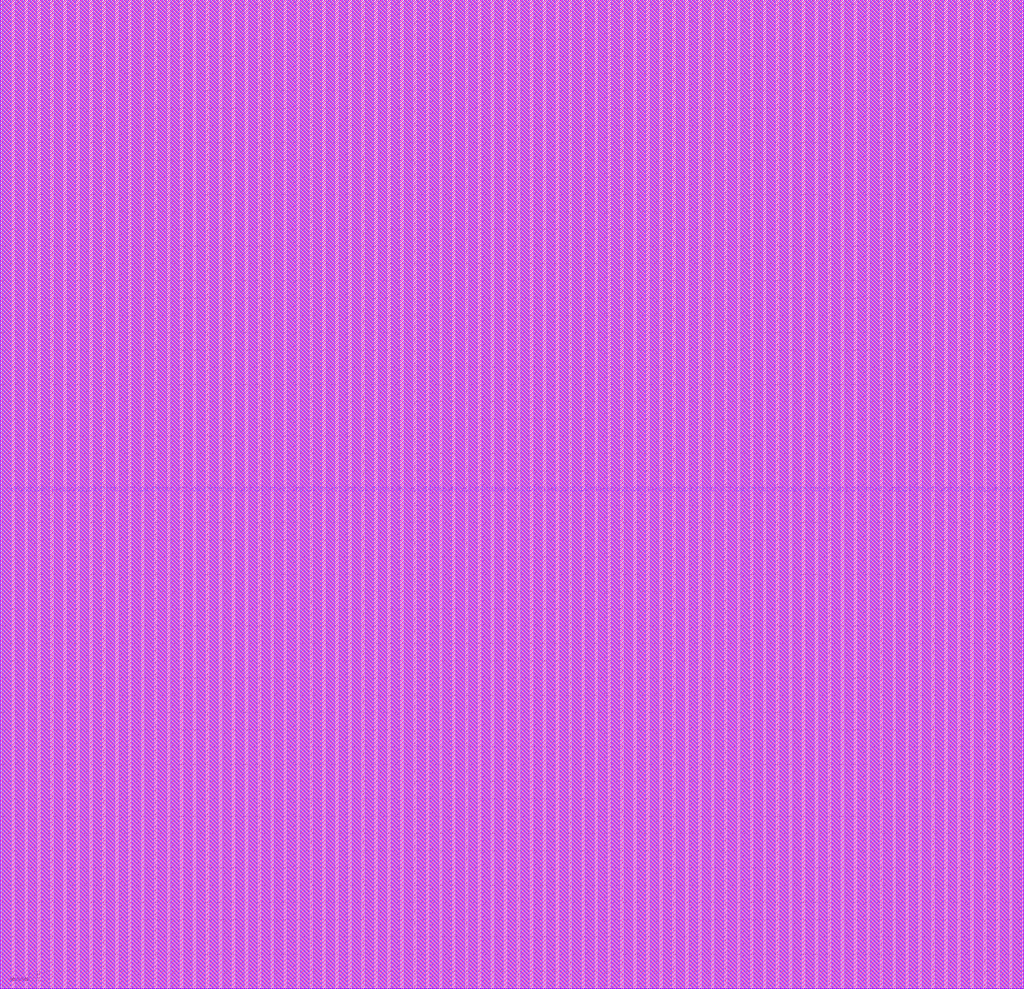
<source format=lef>
VERSION 5.8 ;
BUSBITCHARS "[]" ;
DIVIDERCHAR "/" ;

MACRO RIIO_CONN_LB05_GND
  CLASS COVER ;
  ORIGIN 0 0 ;
  FOREIGN RIIO_CONN_LB05_GND 0 0 ;
  SIZE 0.5 BY 0.5 ;
  SYMMETRY X Y R90 ;
  PIN SIG
    DIRECTION INOUT ;
    USE SIGNAL ;
    ANTENNAPARTIALMETALAREA 0.204 LAYER LB ;
    PORT
      LAYER LB ;
        RECT 0 0 0.1 0.5 ;
    END
  END SIG
  PIN VSS
    DIRECTION INOUT ;
    USE GROUND ;
    NETEXPR "vss VSS!" ;
    PORT
      LAYER LB ;
        RECT 0.4 0 0.5 0.5 ;
    END
  END VSS
  OBS
    LAYER LB ;
      RECT 0.15 -0.01 0.35 0.51 ;
      RECT 0 0 0.5 0.5 ;
  END
END RIIO_CONN_LB05_GND

MACRO RIIO_CONN_LB05_PWR
  CLASS COVER ;
  ORIGIN 0 0 ;
  FOREIGN RIIO_CONN_LB05_PWR 0 0 ;
  SIZE 0.5 BY 0.5 ;
  SYMMETRY X Y R90 ;
  PIN SIG
    DIRECTION INOUT ;
    USE SIGNAL ;
    ANTENNAPARTIALMETALAREA 0.204 LAYER LB ;
    PORT
      LAYER LB ;
        RECT 0 0 0.1 0.5 ;
    END
  END SIG
  PIN VDD
    DIRECTION INOUT ;
    USE POWER ;
    NETEXPR "vdd VDD!" ;
    PORT
      LAYER LB ;
        RECT 0.4 0 0.5 0.5 ;
    END
  END VDD
  OBS
    LAYER LB ;
      RECT 0.15 -0.01 0.35 0.51 ;
      RECT 0 0 0.5 0.5 ;
  END
END RIIO_CONN_LB05_PWR

MACRO RIIO_EG1D80V_ESD_B2B_010x046
  CLASS BLOCK ;
  ORIGIN 0 0 ;
  FOREIGN RIIO_EG1D80V_ESD_B2B_010x046 0 0 ;
  SIZE 10 BY 46 ;
  PIN VSS
    DIRECTION INOUT ;
    USE GROUND ;
    NETEXPR "vss VSS!" ;
    PORT
      LAYER C1 ;
        RECT 0.25 0 0.75 46 ;
    END
    PORT
      LAYER C1 ;
        RECT 1.75 0 2.25 46 ;
    END
    PORT
      LAYER C1 ;
        RECT 3.25 0 3.75 46 ;
    END
    PORT
      LAYER C1 ;
        RECT 6.25 0 6.75 46 ;
    END
    PORT
      LAYER C1 ;
        RECT 7.75 0 8.25 46 ;
    END
    PORT
      LAYER C1 ;
        RECT 9.25 0 9.75 46 ;
    END
  END VSS
  PIN SUB
    DIRECTION INOUT ;
    USE GROUND ;
    NETEXPR "sub SUB!" ;
    PORT
      LAYER C1 ;
        RECT 4.75 0 5.25 46 ;
    END
  END SUB
  PIN VSSX
    DIRECTION INOUT ;
    USE GROUND ;
    NETEXPR "vssx VSSX!" ;
    PORT
      LAYER C1 ;
        RECT 1 0.125 1.5 45.875 ;
    END
    PORT
      LAYER C1 ;
        RECT 2.5 0.125 3 45.875 ;
    END
    PORT
      LAYER C1 ;
        RECT 4 0.125 4.5 45.875 ;
    END
    PORT
      LAYER C1 ;
        RECT 5.5 0.125 6 45.875 ;
    END
    PORT
      LAYER C1 ;
        RECT 7 0.125 7.5 45.875 ;
    END
    PORT
      LAYER C1 ;
        RECT 8.5 0.125 9 45.875 ;
    END
  END VSSX
  OBS
    LAYER CA ;
      RECT 0 0 10 46 ;
    LAYER M1 ;
      RECT 0 0 10 46 ;
    LAYER V1 ;
      RECT 0 0 10 46 ;
    LAYER M2 ;
      RECT 0 0 10 46 ;
    LAYER CB ;
      RECT 0 0 10 46 ;
    LAYER AY ;
      RECT 0 0 10 46 ;
    LAYER C1 ;
      RECT 9.25 0 9.75 46 ;
      RECT 8.5 0.125 9 45.875 ;
      RECT 7.75 0 8.25 46 ;
      RECT 7 0.125 7.5 45.875 ;
      RECT 6.25 0 6.75 46 ;
      RECT 5.5 0.125 6 45.875 ;
      RECT 4.75 0 5.25 46 ;
      RECT 4 0.125 4.5 45.875 ;
      RECT 3.25 0 3.75 46 ;
      RECT 2.5 0.125 3 45.875 ;
      RECT 1.75 0 2.25 46 ;
      RECT 1 0.125 1.5 45.875 ;
      RECT 0.25 0 0.75 46 ;
  END
END RIIO_EG1D80V_ESD_B2B_010x046

MACRO RIIO_EG1D80V_ESD_B2B_012x057
  CLASS BLOCK ;
  ORIGIN 0 0 ;
  FOREIGN RIIO_EG1D80V_ESD_B2B_012x057 0 0 ;
  SIZE 12 BY 57.28 ;
  PIN VSS
    DIRECTION INOUT ;
    USE GROUND ;
    NETEXPR "vss VSS!" ;
    PORT
      LAYER C1 ;
        RECT 1.625 0 2.125 57.28 ;
    END
    PORT
      LAYER C1 ;
        RECT 3.125 0 3.625 57.28 ;
    END
    PORT
      LAYER C1 ;
        RECT 4.625 0 5.125 57.28 ;
    END
    PORT
      LAYER C1 ;
        RECT 6.125 0 6.625 57.28 ;
    END
    PORT
      LAYER C1 ;
        RECT 7.625 0 8.125 57.28 ;
    END
    PORT
      LAYER C1 ;
        RECT 9.125 0 9.625 57.28 ;
    END
    PORT
      LAYER C1 ;
        RECT 10.625 0 11.125 57.28 ;
    END
  END VSS
  PIN SUB
    DIRECTION INOUT ;
    USE GROUND ;
    NETEXPR "sub SUB!" ;
    PORT
      LAYER C1 ;
        RECT 0.125 0 0.625 57.28 ;
    END
  END SUB
  PIN VSSX
    DIRECTION INOUT ;
    USE GROUND ;
    NETEXPR "vssx VSSX!" ;
    PORT
      LAYER C1 ;
        RECT 0.875 0.125 1.375 57.155 ;
    END
    PORT
      LAYER C1 ;
        RECT 2.375 0.125 2.875 57.155 ;
    END
    PORT
      LAYER C1 ;
        RECT 3.875 0.125 4.375 57.155 ;
    END
    PORT
      LAYER C1 ;
        RECT 5.375 0.125 5.875 57.155 ;
    END
    PORT
      LAYER C1 ;
        RECT 6.875 0.125 7.375 57.155 ;
    END
    PORT
      LAYER C1 ;
        RECT 8.375 0.125 8.875 57.155 ;
    END
    PORT
      LAYER C1 ;
        RECT 9.875 0.125 10.375 57.155 ;
    END
    PORT
      LAYER C1 ;
        RECT 11.375 0.125 11.875 57.155 ;
    END
  END VSSX
  OBS
    LAYER CA ;
      RECT 0 0 12 57.28 ;
    LAYER M1 ;
      RECT 0 0 12 57.28 ;
    LAYER V1 ;
      RECT 0 0 12 57.28 ;
    LAYER M2 ;
      RECT 0 0 12 57.28 ;
    LAYER CB ;
      RECT 0 0 12 57.28 ;
    LAYER AY ;
      RECT 0 0 12 57.28 ;
    LAYER C1 ;
      RECT 11.375 0.125 11.875 57.155 ;
      RECT 10.625 0 11.125 57.28 ;
      RECT 9.875 0.125 10.375 57.155 ;
      RECT 9.125 0 9.625 57.28 ;
      RECT 8.375 0.125 8.875 57.155 ;
      RECT 7.625 0 8.125 57.28 ;
      RECT 6.875 0.125 7.375 57.155 ;
      RECT 6.125 0 6.625 57.28 ;
      RECT 5.375 0.125 5.875 57.155 ;
      RECT 4.625 0 5.125 57.28 ;
      RECT 3.875 0.125 4.375 57.155 ;
      RECT 3.125 0 3.625 57.28 ;
      RECT 2.375 0.125 2.875 57.155 ;
      RECT 1.625 0 2.125 57.28 ;
      RECT 0.875 0.125 1.375 57.155 ;
      RECT 0.125 0 0.625 57.28 ;
  END
END RIIO_EG1D80V_ESD_B2B_012x057

MACRO RIIO_EG1D80V_ESD_B2B_059x010
  CLASS BLOCK ;
  ORIGIN 0 0 ;
  FOREIGN RIIO_EG1D80V_ESD_B2B_059x010 0 0 ;
  SIZE 59.25 BY 10 ;
  PIN VSS
    DIRECTION INOUT ;
    USE GROUND ;
    NETEXPR "vss VSS!" ;
    PORT
      LAYER C1 ;
        RECT 0.875 0 1.375 10 ;
    END
    PORT
      LAYER C1 ;
        RECT 2.375 0 2.875 10 ;
    END
    PORT
      LAYER C1 ;
        RECT 3.875 0 4.375 10 ;
    END
    PORT
      LAYER C1 ;
        RECT 5.375 0 5.875 10 ;
    END
    PORT
      LAYER C1 ;
        RECT 6.875 0 7.375 10 ;
    END
    PORT
      LAYER C1 ;
        RECT 8.375 0 8.875 10 ;
    END
    PORT
      LAYER C1 ;
        RECT 9.875 0 10.375 10 ;
    END
    PORT
      LAYER C1 ;
        RECT 11.375 0 11.875 10 ;
    END
    PORT
      LAYER C1 ;
        RECT 12.875 0 13.375 10 ;
    END
    PORT
      LAYER C1 ;
        RECT 14.375 0 14.875 10 ;
    END
    PORT
      LAYER C1 ;
        RECT 15.875 0 16.375 10 ;
    END
    PORT
      LAYER C1 ;
        RECT 17.375 0 17.875 10 ;
    END
    PORT
      LAYER C1 ;
        RECT 18.875 0 19.375 10 ;
    END
    PORT
      LAYER C1 ;
        RECT 20.375 0 20.875 10 ;
    END
    PORT
      LAYER C1 ;
        RECT 21.875 0 22.375 10 ;
    END
    PORT
      LAYER C1 ;
        RECT 23.375 0 23.875 10 ;
    END
    PORT
      LAYER C1 ;
        RECT 24.875 0 25.375 10 ;
    END
    PORT
      LAYER C1 ;
        RECT 26.375 0 26.875 10 ;
    END
    PORT
      LAYER C1 ;
        RECT 27.875 0 28.375 10 ;
    END
    PORT
      LAYER C1 ;
        RECT 29.375 0 29.875 10 ;
    END
    PORT
      LAYER C1 ;
        RECT 30.875 0 31.375 10 ;
    END
    PORT
      LAYER C1 ;
        RECT 32.375 0 32.875 10 ;
    END
    PORT
      LAYER C1 ;
        RECT 33.875 0 34.375 10 ;
    END
    PORT
      LAYER C1 ;
        RECT 35.375 0 35.875 10 ;
    END
    PORT
      LAYER C1 ;
        RECT 36.875 0 37.375 10 ;
    END
    PORT
      LAYER C1 ;
        RECT 38.375 0 38.875 10 ;
    END
    PORT
      LAYER C1 ;
        RECT 39.875 0 40.375 10 ;
    END
    PORT
      LAYER C1 ;
        RECT 41.375 0 41.875 10 ;
    END
    PORT
      LAYER C1 ;
        RECT 42.875 0 43.375 10 ;
    END
    PORT
      LAYER C1 ;
        RECT 44.375 0 44.875 10 ;
    END
    PORT
      LAYER C1 ;
        RECT 45.875 0 46.375 10 ;
    END
    PORT
      LAYER C1 ;
        RECT 47.375 0 47.875 10 ;
    END
    PORT
      LAYER C1 ;
        RECT 48.875 0 49.375 10 ;
    END
    PORT
      LAYER C1 ;
        RECT 50.375 0 50.875 10 ;
    END
    PORT
      LAYER C1 ;
        RECT 51.875 0 52.375 10 ;
    END
    PORT
      LAYER C1 ;
        RECT 53.375 0 53.875 10 ;
    END
    PORT
      LAYER C1 ;
        RECT 54.875 0 55.375 10 ;
    END
    PORT
      LAYER C1 ;
        RECT 56.375 0 56.875 10 ;
    END
    PORT
      LAYER C1 ;
        RECT 57.875 0 58.375 10 ;
    END
  END VSS
  PIN VSSX
    DIRECTION INOUT ;
    USE GROUND ;
    NETEXPR "vssx VSSX!" ;
    PORT
      LAYER C1 ;
        RECT 1.625 0.125 2.125 9.875 ;
    END
    PORT
      LAYER C1 ;
        RECT 3.125 0.125 3.625 9.875 ;
    END
    PORT
      LAYER C1 ;
        RECT 4.625 0.125 5.125 9.875 ;
    END
    PORT
      LAYER C1 ;
        RECT 6.125 0.125 6.625 9.875 ;
    END
    PORT
      LAYER C1 ;
        RECT 7.625 0.125 8.125 9.875 ;
    END
    PORT
      LAYER C1 ;
        RECT 9.125 0.125 9.625 9.875 ;
    END
    PORT
      LAYER C1 ;
        RECT 10.625 0.125 11.125 9.875 ;
    END
    PORT
      LAYER C1 ;
        RECT 12.125 0.125 12.625 9.875 ;
    END
    PORT
      LAYER C1 ;
        RECT 13.625 0.125 14.125 9.875 ;
    END
    PORT
      LAYER C1 ;
        RECT 15.125 0.125 15.625 9.875 ;
    END
    PORT
      LAYER C1 ;
        RECT 16.625 0.125 17.125 9.875 ;
    END
    PORT
      LAYER C1 ;
        RECT 18.125 0.125 18.625 9.875 ;
    END
    PORT
      LAYER C1 ;
        RECT 19.625 0.125 20.125 9.875 ;
    END
    PORT
      LAYER C1 ;
        RECT 21.125 0.125 21.625 9.875 ;
    END
    PORT
      LAYER C1 ;
        RECT 22.625 0.125 23.125 9.875 ;
    END
    PORT
      LAYER C1 ;
        RECT 24.125 0.125 24.625 9.875 ;
    END
    PORT
      LAYER C1 ;
        RECT 25.625 0.125 26.125 9.875 ;
    END
    PORT
      LAYER C1 ;
        RECT 27.125 0.125 27.625 9.875 ;
    END
    PORT
      LAYER C1 ;
        RECT 28.625 0.125 29.125 9.875 ;
    END
    PORT
      LAYER C1 ;
        RECT 30.125 0.125 30.625 9.875 ;
    END
    PORT
      LAYER C1 ;
        RECT 31.625 0.125 32.125 9.875 ;
    END
    PORT
      LAYER C1 ;
        RECT 33.125 0.125 33.625 9.875 ;
    END
    PORT
      LAYER C1 ;
        RECT 34.625 0.125 35.125 9.875 ;
    END
    PORT
      LAYER C1 ;
        RECT 36.125 0.125 36.625 9.875 ;
    END
    PORT
      LAYER C1 ;
        RECT 37.625 0.125 38.125 9.875 ;
    END
    PORT
      LAYER C1 ;
        RECT 39.125 0.125 39.625 9.875 ;
    END
    PORT
      LAYER C1 ;
        RECT 40.625 0.125 41.125 9.875 ;
    END
    PORT
      LAYER C1 ;
        RECT 42.125 0.125 42.625 9.875 ;
    END
    PORT
      LAYER C1 ;
        RECT 43.625 0.125 44.125 9.875 ;
    END
    PORT
      LAYER C1 ;
        RECT 45.125 0.125 45.625 9.875 ;
    END
    PORT
      LAYER C1 ;
        RECT 46.625 0.125 47.125 9.875 ;
    END
    PORT
      LAYER C1 ;
        RECT 48.125 0.125 48.625 9.875 ;
    END
    PORT
      LAYER C1 ;
        RECT 49.625 0.125 50.125 9.875 ;
    END
    PORT
      LAYER C1 ;
        RECT 51.125 0.125 51.625 9.875 ;
    END
    PORT
      LAYER C1 ;
        RECT 52.625 0.125 53.125 9.875 ;
    END
    PORT
      LAYER C1 ;
        RECT 54.125 0.125 54.625 9.875 ;
    END
    PORT
      LAYER C1 ;
        RECT 55.625 0.125 56.125 9.875 ;
    END
    PORT
      LAYER C1 ;
        RECT 57.125 0.125 57.625 9.875 ;
    END
  END VSSX
  PIN SUB
    DIRECTION INOUT ;
    USE GROUND ;
    NETEXPR "sub SUB!" ;
    PORT
      LAYER C1 ;
        RECT 0.125 0 0.625 10 ;
    END
    PORT
      LAYER C1 ;
        RECT 58.625 0 59.125 10 ;
    END
  END SUB
  OBS
    LAYER CA ;
      RECT 0 0 59.25 10 ;
    LAYER M1 ;
      RECT 0 0 59.25 10 ;
    LAYER V1 ;
      RECT 0 0 59.25 10 ;
    LAYER M2 ;
      RECT 0 0 59.25 10 ;
    LAYER CB ;
      RECT 0 0 59.25 10 ;
    LAYER AY ;
      RECT 0 0 59.25 10 ;
    LAYER C1 ;
      RECT 58.625 0 59.125 10 ;
      RECT 57.875 0 58.375 10 ;
      RECT 57.125 0.125 57.625 9.875 ;
      RECT 56.375 0 56.875 10 ;
      RECT 55.625 0.125 56.125 9.875 ;
      RECT 54.875 0 55.375 10 ;
      RECT 54.125 0.125 54.625 9.875 ;
      RECT 53.375 0 53.875 10 ;
      RECT 52.625 0.125 53.125 9.875 ;
      RECT 51.875 0 52.375 10 ;
      RECT 51.125 0.125 51.625 9.875 ;
      RECT 50.375 0 50.875 10 ;
      RECT 49.625 0.125 50.125 9.875 ;
      RECT 48.875 0 49.375 10 ;
      RECT 48.125 0.125 48.625 9.875 ;
      RECT 47.375 0 47.875 10 ;
      RECT 46.625 0.125 47.125 9.875 ;
      RECT 45.875 0 46.375 10 ;
      RECT 45.125 0.125 45.625 9.875 ;
      RECT 44.375 0 44.875 10 ;
      RECT 43.625 0.125 44.125 9.875 ;
      RECT 42.875 0 43.375 10 ;
      RECT 42.125 0.125 42.625 9.875 ;
      RECT 41.375 0 41.875 10 ;
      RECT 40.625 0.125 41.125 9.875 ;
      RECT 39.875 0 40.375 10 ;
      RECT 39.125 0.125 39.625 9.875 ;
      RECT 38.375 0 38.875 10 ;
      RECT 37.625 0.125 38.125 9.875 ;
      RECT 36.875 0 37.375 10 ;
      RECT 36.125 0.125 36.625 9.875 ;
      RECT 35.375 0 35.875 10 ;
      RECT 34.625 0.125 35.125 9.875 ;
      RECT 33.875 0 34.375 10 ;
      RECT 33.125 0.125 33.625 9.875 ;
      RECT 32.375 0 32.875 10 ;
      RECT 31.625 0.125 32.125 9.875 ;
      RECT 30.875 0 31.375 10 ;
      RECT 30.125 0.125 30.625 9.875 ;
      RECT 29.375 0 29.875 10 ;
      RECT 28.625 0.125 29.125 9.875 ;
      RECT 27.875 0 28.375 10 ;
      RECT 27.125 0.125 27.625 9.875 ;
      RECT 26.375 0 26.875 10 ;
      RECT 25.625 0.125 26.125 9.875 ;
      RECT 24.875 0 25.375 10 ;
      RECT 24.125 0.125 24.625 9.875 ;
      RECT 23.375 0 23.875 10 ;
      RECT 22.625 0.125 23.125 9.875 ;
      RECT 21.875 0 22.375 10 ;
      RECT 21.125 0.125 21.625 9.875 ;
      RECT 20.375 0 20.875 10 ;
      RECT 19.625 0.125 20.125 9.875 ;
      RECT 18.875 0 19.375 10 ;
      RECT 18.125 0.125 18.625 9.875 ;
      RECT 17.375 0 17.875 10 ;
      RECT 16.625 0.125 17.125 9.875 ;
      RECT 15.875 0 16.375 10 ;
      RECT 15.125 0.125 15.625 9.875 ;
      RECT 14.375 0 14.875 10 ;
      RECT 13.625 0.125 14.125 9.875 ;
      RECT 12.875 0 13.375 10 ;
      RECT 12.125 0.125 12.625 9.875 ;
      RECT 11.375 0 11.875 10 ;
      RECT 10.625 0.125 11.125 9.875 ;
      RECT 9.875 0 10.375 10 ;
      RECT 9.125 0.125 9.625 9.875 ;
      RECT 8.375 0 8.875 10 ;
      RECT 7.625 0.125 8.125 9.875 ;
      RECT 6.875 0 7.375 10 ;
      RECT 6.125 0.125 6.625 9.875 ;
      RECT 5.375 0 5.875 10 ;
      RECT 4.625 0.125 5.125 9.875 ;
      RECT 3.875 0 4.375 10 ;
      RECT 3.125 0.125 3.625 9.875 ;
      RECT 2.375 0 2.875 10 ;
      RECT 1.625 0.125 2.125 9.875 ;
      RECT 0.875 0 1.375 10 ;
      RECT 0.125 0 0.625 10 ;
  END
END RIIO_EG1D80V_ESD_B2B_059x010

MACRO RIIO_HVT0D80V_CLAMP_010x230
  CLASS BLOCK ;
  ORIGIN 0 0 ;
  FOREIGN RIIO_HVT0D80V_CLAMP_010x230 0 0 ;
  SIZE 10 BY 230 ;
  PIN VSS
    DIRECTION INOUT ;
    USE GROUND ;
    NETEXPR "vss VSS!" ;
    PORT
      LAYER C1 ;
        RECT 0.245 0.115 0.395 229.885 ;
    END
    PORT
      LAYER C1 ;
        RECT 0.725 0.115 0.875 229.885 ;
    END
    PORT
      LAYER C1 ;
        RECT 1.205 0.115 1.355 229.885 ;
    END
    PORT
      LAYER C1 ;
        RECT 1.685 0.115 1.835 229.885 ;
    END
    PORT
      LAYER C1 ;
        RECT 2.165 0.115 2.315 229.885 ;
    END
    PORT
      LAYER C1 ;
        RECT 2.645 0.115 2.795 229.885 ;
    END
    PORT
      LAYER C1 ;
        RECT 3.125 0.115 3.275 229.885 ;
    END
    PORT
      LAYER C1 ;
        RECT 3.605 0.115 3.755 229.885 ;
    END
    PORT
      LAYER C1 ;
        RECT 4.085 0.115 4.235 229.885 ;
    END
    PORT
      LAYER C1 ;
        RECT 5.525 0.115 5.675 229.885 ;
    END
    PORT
      LAYER C1 ;
        RECT 6.005 0.115 6.155 229.885 ;
    END
    PORT
      LAYER C1 ;
        RECT 6.485 0.115 6.635 229.885 ;
    END
    PORT
      LAYER C1 ;
        RECT 6.965 0.115 7.115 229.885 ;
    END
    PORT
      LAYER C1 ;
        RECT 7.445 0.115 7.595 229.885 ;
    END
    PORT
      LAYER C1 ;
        RECT 7.925 0.115 8.075 229.885 ;
    END
    PORT
      LAYER C1 ;
        RECT 8.405 0.115 8.555 229.885 ;
    END
    PORT
      LAYER C1 ;
        RECT 8.885 0.115 9.035 229.885 ;
    END
    PORT
      LAYER C1 ;
        RECT 9.365 0.115 9.515 229.885 ;
    END
  END VSS
  PIN VDD
    DIRECTION INOUT ;
    USE POWER ;
    NETEXPR "vdd VDD!" ;
    PORT
      LAYER C1 ;
        RECT 0.485 0.115 0.635 229.885 ;
    END
    PORT
      LAYER C1 ;
        RECT 0.965 0.115 1.115 229.885 ;
    END
    PORT
      LAYER C1 ;
        RECT 1.445 0.115 1.595 229.885 ;
    END
    PORT
      LAYER C1 ;
        RECT 1.925 0.115 2.075 229.885 ;
    END
    PORT
      LAYER C1 ;
        RECT 2.405 0.115 2.555 229.885 ;
    END
    PORT
      LAYER C1 ;
        RECT 2.885 0.115 3.035 229.885 ;
    END
    PORT
      LAYER C1 ;
        RECT 3.365 0.115 3.515 229.885 ;
    END
    PORT
      LAYER C1 ;
        RECT 3.845 0.115 3.995 229.885 ;
    END
    PORT
      LAYER C1 ;
        RECT 4.325 0.115 4.475 229.885 ;
    END
    PORT
      LAYER C1 ;
        RECT 4.805 0.115 4.955 229.885 ;
    END
    PORT
      LAYER C1 ;
        RECT 5.285 0.115 5.435 229.885 ;
    END
    PORT
      LAYER C1 ;
        RECT 5.765 0.115 5.915 229.885 ;
    END
    PORT
      LAYER C1 ;
        RECT 6.245 0.115 6.395 229.885 ;
    END
    PORT
      LAYER C1 ;
        RECT 6.725 0.115 6.875 229.885 ;
    END
    PORT
      LAYER C1 ;
        RECT 7.205 0.115 7.355 229.885 ;
    END
    PORT
      LAYER C1 ;
        RECT 7.685 0.115 7.835 229.885 ;
    END
    PORT
      LAYER C1 ;
        RECT 8.165 0.115 8.315 229.885 ;
    END
    PORT
      LAYER C1 ;
        RECT 8.645 0.115 8.795 229.885 ;
    END
    PORT
      LAYER C1 ;
        RECT 9.125 0.115 9.275 229.885 ;
    END
    PORT
      LAYER C1 ;
        RECT 9.605 0.115 9.755 229.885 ;
    END
  END VDD
  PIN SUB
    DIRECTION INOUT ;
    USE GROUND ;
    NETEXPR "sub SUB!" ;
  END SUB
  OBS
    LAYER CA ;
      RECT 0 0 10 230 ;
    LAYER M1 ;
      RECT 0 0 10 230 ;
    LAYER V1 ;
      RECT 0 0 10 230 ;
    LAYER M2 ;
      RECT 0 0 10 230 ;
    LAYER CB ;
      RECT 0 0 10 230 ;
    LAYER AY ;
      RECT 0 0 10 230 ;
    LAYER C1 ;
      RECT 9.605 0.115 9.755 229.885 ;
      RECT 9.365 0.115 9.515 229.885 ;
      RECT 9.125 0.115 9.275 229.885 ;
      RECT 8.885 0.115 9.035 229.885 ;
      RECT 8.645 0.115 8.795 229.885 ;
      RECT 8.405 0.115 8.555 229.885 ;
      RECT 8.165 0.115 8.315 229.885 ;
      RECT 7.925 0.115 8.075 229.885 ;
      RECT 7.685 0.115 7.835 229.885 ;
      RECT 7.445 0.115 7.595 229.885 ;
      RECT 7.205 0.115 7.355 229.885 ;
      RECT 6.965 0.115 7.115 229.885 ;
      RECT 6.725 0.115 6.875 229.885 ;
      RECT 6.485 0.115 6.635 229.885 ;
      RECT 6.245 0.115 6.395 229.885 ;
      RECT 6.005 0.115 6.155 229.885 ;
      RECT 5.765 0.115 5.915 229.885 ;
      RECT 5.525 0.115 5.675 229.885 ;
      RECT 5.285 0.115 5.435 229.885 ;
      RECT 5.045 0.628 5.195 182.428 ;
      RECT 5.045 182.731 5.195 229.885 ;
      RECT 4.805 0.115 4.955 229.885 ;
      RECT 4.565 0.628 4.715 182.428 ;
      RECT 4.565 182.731 4.715 229.885 ;
      RECT 4.325 0.115 4.475 229.885 ;
      RECT 4.085 0.115 4.235 229.885 ;
      RECT 3.845 0.115 3.995 229.885 ;
      RECT 3.605 0.115 3.755 229.885 ;
      RECT 3.365 0.115 3.515 229.885 ;
      RECT 3.125 0.115 3.275 229.885 ;
      RECT 2.885 0.115 3.035 229.885 ;
      RECT 2.645 0.115 2.795 229.885 ;
      RECT 2.405 0.115 2.555 229.885 ;
      RECT 2.165 0.115 2.315 229.885 ;
      RECT 1.925 0.115 2.075 229.885 ;
      RECT 1.685 0.115 1.835 229.885 ;
      RECT 1.445 0.115 1.595 229.885 ;
      RECT 1.205 0.115 1.355 229.885 ;
      RECT 0.965 0.115 1.115 229.885 ;
      RECT 0.725 0.115 0.875 229.885 ;
      RECT 0.485 0.115 0.635 229.885 ;
      RECT 0.245 0.115 0.395 229.885 ;
  END
END RIIO_HVT0D80V_CLAMP_010x230

MACRO RIIO_HVT0D80V_CLAMP_059x057
  CLASS BLOCK ;
  ORIGIN 0 0 ;
  FOREIGN RIIO_HVT0D80V_CLAMP_059x057 0 0 ;
  SIZE 59.25 BY 57.28 ;
  PIN VSS
    DIRECTION INOUT ;
    USE GROUND ;
    NETEXPR "vss VSS!" ;
    PORT
      LAYER C1 ;
        RECT 0.875 0 1.375 57.28 ;
    END
    PORT
      LAYER C1 ;
        RECT 2.375 0 2.875 57.28 ;
    END
    PORT
      LAYER C1 ;
        RECT 3.875 0 4.375 57.28 ;
    END
    PORT
      LAYER C1 ;
        RECT 5.375 0 5.875 57.28 ;
    END
    PORT
      LAYER C1 ;
        RECT 6.875 0 7.375 57.28 ;
    END
    PORT
      LAYER C1 ;
        RECT 8.375 0 8.875 57.28 ;
    END
    PORT
      LAYER C1 ;
        RECT 9.875 0 10.375 57.28 ;
    END
    PORT
      LAYER C1 ;
        RECT 11.375 0 11.875 57.28 ;
    END
    PORT
      LAYER C1 ;
        RECT 12.875 0 13.375 57.28 ;
    END
    PORT
      LAYER C1 ;
        RECT 14.375 0 14.875 57.28 ;
    END
    PORT
      LAYER C1 ;
        RECT 15.875 0 16.375 57.28 ;
    END
    PORT
      LAYER C1 ;
        RECT 17.375 0 17.875 57.28 ;
    END
    PORT
      LAYER C1 ;
        RECT 18.875 0 19.375 57.28 ;
    END
    PORT
      LAYER C1 ;
        RECT 20.375 0 20.875 57.28 ;
    END
    PORT
      LAYER C1 ;
        RECT 21.875 0 22.375 57.28 ;
    END
    PORT
      LAYER C1 ;
        RECT 23.375 0 23.875 57.28 ;
    END
    PORT
      LAYER C1 ;
        RECT 24.875 0 25.375 57.28 ;
    END
    PORT
      LAYER C1 ;
        RECT 26.375 0 26.875 57.28 ;
    END
    PORT
      LAYER C1 ;
        RECT 27.875 0 28.375 57.28 ;
    END
    PORT
      LAYER C1 ;
        RECT 29.375 0 29.875 57.28 ;
    END
    PORT
      LAYER C1 ;
        RECT 30.875 0 31.375 57.28 ;
    END
    PORT
      LAYER C1 ;
        RECT 32.375 0 32.875 57.28 ;
    END
    PORT
      LAYER C1 ;
        RECT 33.875 0 34.375 57.28 ;
    END
    PORT
      LAYER C1 ;
        RECT 35.375 0 35.875 57.28 ;
    END
    PORT
      LAYER C1 ;
        RECT 36.875 0 37.375 57.28 ;
    END
    PORT
      LAYER C1 ;
        RECT 38.375 0 38.875 57.28 ;
    END
    PORT
      LAYER C1 ;
        RECT 39.875 0 40.375 57.28 ;
    END
    PORT
      LAYER C1 ;
        RECT 41.375 0 41.875 57.28 ;
    END
    PORT
      LAYER C1 ;
        RECT 42.875 0 43.375 57.28 ;
    END
    PORT
      LAYER C1 ;
        RECT 44.375 0 44.875 57.28 ;
    END
    PORT
      LAYER C1 ;
        RECT 45.875 0 46.375 57.28 ;
    END
    PORT
      LAYER C1 ;
        RECT 47.375 0 47.875 57.28 ;
    END
    PORT
      LAYER C1 ;
        RECT 48.875 0 49.375 57.28 ;
    END
    PORT
      LAYER C1 ;
        RECT 50.375 0 50.875 57.28 ;
    END
    PORT
      LAYER C1 ;
        RECT 51.875 0 52.375 57.28 ;
    END
    PORT
      LAYER C1 ;
        RECT 53.375 0 53.875 57.28 ;
    END
    PORT
      LAYER C1 ;
        RECT 54.875 0 55.375 57.28 ;
    END
    PORT
      LAYER C1 ;
        RECT 56.375 0 56.875 57.28 ;
    END
    PORT
      LAYER C1 ;
        RECT 57.875 0 58.375 57.28 ;
    END
  END VSS
  PIN SUB
    DIRECTION INOUT ;
    USE GROUND ;
    NETEXPR "sub SUB!" ;
    PORT
      LAYER C1 ;
        RECT 0.125 0 0.625 57.28 ;
    END
    PORT
      LAYER C1 ;
        RECT 58.625 0 59.125 57.28 ;
    END
  END SUB
  PIN VDD
    DIRECTION INOUT ;
    USE POWER ;
    NETEXPR "vdd VDD!" ;
    PORT
      LAYER C1 ;
        RECT 1.625 0 2.125 57.28 ;
    END
    PORT
      LAYER C1 ;
        RECT 3.125 0 3.625 57.28 ;
    END
    PORT
      LAYER C1 ;
        RECT 4.625 0 5.125 57.28 ;
    END
    PORT
      LAYER C1 ;
        RECT 6.125 0 6.625 57.28 ;
    END
    PORT
      LAYER C1 ;
        RECT 7.625 0 8.125 57.28 ;
    END
    PORT
      LAYER C1 ;
        RECT 9.125 0 9.625 57.28 ;
    END
    PORT
      LAYER C1 ;
        RECT 10.625 0 11.125 57.28 ;
    END
    PORT
      LAYER C1 ;
        RECT 12.125 0 12.625 57.28 ;
    END
    PORT
      LAYER C1 ;
        RECT 13.625 0 14.125 57.28 ;
    END
    PORT
      LAYER C1 ;
        RECT 15.125 0 15.625 57.28 ;
    END
    PORT
      LAYER C1 ;
        RECT 16.625 0 17.125 57.28 ;
    END
    PORT
      LAYER C1 ;
        RECT 18.125 0 18.625 57.28 ;
    END
    PORT
      LAYER C1 ;
        RECT 19.625 0 20.125 57.28 ;
    END
    PORT
      LAYER C1 ;
        RECT 21.125 0 21.625 57.28 ;
    END
    PORT
      LAYER C1 ;
        RECT 22.625 0 23.125 57.28 ;
    END
    PORT
      LAYER C1 ;
        RECT 24.125 0 24.625 57.28 ;
    END
    PORT
      LAYER C1 ;
        RECT 25.625 0 26.125 57.28 ;
    END
    PORT
      LAYER C1 ;
        RECT 27.125 0 27.625 57.28 ;
    END
    PORT
      LAYER C1 ;
        RECT 28.625 0 29.125 57.28 ;
    END
    PORT
      LAYER C1 ;
        RECT 30.125 0 30.625 57.28 ;
    END
    PORT
      LAYER C1 ;
        RECT 31.625 0 32.125 57.28 ;
    END
    PORT
      LAYER C1 ;
        RECT 33.125 0 33.625 57.28 ;
    END
    PORT
      LAYER C1 ;
        RECT 34.625 0 35.125 57.28 ;
    END
    PORT
      LAYER C1 ;
        RECT 36.125 0 36.625 57.28 ;
    END
    PORT
      LAYER C1 ;
        RECT 37.625 0 38.125 57.28 ;
    END
    PORT
      LAYER C1 ;
        RECT 39.125 0 39.625 57.28 ;
    END
    PORT
      LAYER C1 ;
        RECT 40.625 0 41.125 57.28 ;
    END
    PORT
      LAYER C1 ;
        RECT 42.125 0 42.625 57.28 ;
    END
    PORT
      LAYER C1 ;
        RECT 43.625 0 44.125 57.28 ;
    END
    PORT
      LAYER C1 ;
        RECT 45.125 0 45.625 57.28 ;
    END
    PORT
      LAYER C1 ;
        RECT 46.625 0 47.125 57.28 ;
    END
    PORT
      LAYER C1 ;
        RECT 48.125 0 48.625 57.28 ;
    END
    PORT
      LAYER C1 ;
        RECT 49.625 0 50.125 57.28 ;
    END
    PORT
      LAYER C1 ;
        RECT 51.125 0 51.625 57.28 ;
    END
    PORT
      LAYER C1 ;
        RECT 52.625 0 53.125 57.28 ;
    END
    PORT
      LAYER C1 ;
        RECT 54.125 0 54.625 57.28 ;
    END
    PORT
      LAYER C1 ;
        RECT 55.625 0 56.125 57.28 ;
    END
    PORT
      LAYER C1 ;
        RECT 57.125 0 57.625 57.28 ;
    END
  END VDD
  OBS
    LAYER CA ;
      RECT 0 0 59.25 57.28 ;
    LAYER M1 ;
      RECT 0 0 59.25 57.28 ;
    LAYER V1 ;
      RECT 0 0 59.25 57.28 ;
    LAYER M2 ;
      RECT 0 0 59.25 57.28 ;
    LAYER CB ;
      RECT 0 0 59.25 57.28 ;
    LAYER AY ;
      RECT 0 0 59.25 57.28 ;
    LAYER C1 ;
      RECT 58.625 0 59.125 57.28 ;
      RECT 57.875 0 58.375 57.28 ;
      RECT 57.125 0 57.625 57.28 ;
      RECT 56.375 0 56.875 57.28 ;
      RECT 55.625 0 56.125 57.28 ;
      RECT 54.875 0 55.375 57.28 ;
      RECT 54.125 0 54.625 57.28 ;
      RECT 53.375 0 53.875 57.28 ;
      RECT 52.625 0 53.125 57.28 ;
      RECT 51.875 0 52.375 57.28 ;
      RECT 51.125 0 51.625 57.28 ;
      RECT 50.375 0 50.875 57.28 ;
      RECT 49.625 0 50.125 57.28 ;
      RECT 48.875 0 49.375 57.28 ;
      RECT 48.125 0 48.625 57.28 ;
      RECT 47.375 0 47.875 57.28 ;
      RECT 46.625 0 47.125 57.28 ;
      RECT 45.875 0 46.375 57.28 ;
      RECT 45.125 0 45.625 57.28 ;
      RECT 44.375 0 44.875 57.28 ;
      RECT 43.625 0 44.125 57.28 ;
      RECT 42.875 0 43.375 57.28 ;
      RECT 42.125 0 42.625 57.28 ;
      RECT 41.375 0 41.875 57.28 ;
      RECT 40.625 0 41.125 57.28 ;
      RECT 39.875 0 40.375 57.28 ;
      RECT 39.125 0 39.625 57.28 ;
      RECT 38.375 0 38.875 57.28 ;
      RECT 37.625 0 38.125 57.28 ;
      RECT 36.875 0 37.375 57.28 ;
      RECT 36.125 0 36.625 57.28 ;
      RECT 35.375 0 35.875 57.28 ;
      RECT 34.625 0 35.125 57.28 ;
      RECT 33.875 0 34.375 57.28 ;
      RECT 33.125 0 33.625 57.28 ;
      RECT 32.375 0 32.875 57.28 ;
      RECT 31.625 0 32.125 57.28 ;
      RECT 30.875 0 31.375 57.28 ;
      RECT 30.125 0 30.625 57.28 ;
      RECT 29.375 0 29.875 57.28 ;
      RECT 28.625 0 29.125 57.28 ;
      RECT 27.875 0 28.375 57.28 ;
      RECT 27.125 0 27.625 57.28 ;
      RECT 26.375 0 26.875 57.28 ;
      RECT 25.625 0 26.125 57.28 ;
      RECT 24.875 0 25.375 57.28 ;
      RECT 24.125 0 24.625 57.28 ;
      RECT 23.375 0 23.875 57.28 ;
      RECT 22.625 0 23.125 57.28 ;
      RECT 21.875 0 22.375 57.28 ;
      RECT 21.125 0 21.625 57.28 ;
      RECT 20.375 0 20.875 57.28 ;
      RECT 19.625 0 20.125 57.28 ;
      RECT 18.875 0 19.375 57.28 ;
      RECT 18.125 0 18.625 57.28 ;
      RECT 17.375 0 17.875 57.28 ;
      RECT 16.625 0 17.125 57.28 ;
      RECT 15.875 0 16.375 57.28 ;
      RECT 15.125 0 15.625 57.28 ;
      RECT 14.375 0 14.875 57.28 ;
      RECT 13.625 0 14.125 57.28 ;
      RECT 12.875 0 13.375 57.28 ;
      RECT 12.125 0 12.625 57.28 ;
      RECT 11.375 0 11.875 57.28 ;
      RECT 10.625 0 11.125 57.28 ;
      RECT 9.875 0 10.375 57.28 ;
      RECT 9.125 0 9.625 57.28 ;
      RECT 8.375 0 8.875 57.28 ;
      RECT 7.625 0 8.125 57.28 ;
      RECT 6.875 0 7.375 57.28 ;
      RECT 6.125 0 6.625 57.28 ;
      RECT 5.375 0 5.875 57.28 ;
      RECT 4.625 0 5.125 57.28 ;
      RECT 3.875 0 4.375 57.28 ;
      RECT 3.125 0 3.625 57.28 ;
      RECT 2.375 0 2.875 57.28 ;
      RECT 1.625 0 2.125 57.28 ;
      RECT 0.875 0 1.375 57.28 ;
      RECT 0.125 0 0.625 57.28 ;
  END
END RIIO_HVT0D80V_CLAMP_059x057

MACRO RIIO_RVT0D80V_CLAMP_010x230
  CLASS BLOCK ;
  ORIGIN 0 0 ;
  FOREIGN RIIO_RVT0D80V_CLAMP_010x230 0 0 ;
  SIZE 10 BY 230 ;
  PIN VSS
    DIRECTION INOUT ;
    USE GROUND ;
    NETEXPR "vss VSS!" ;
    PORT
      LAYER C1 ;
        RECT 0.245 0.115 0.395 229.885 ;
    END
    PORT
      LAYER C1 ;
        RECT 0.725 0.115 0.875 229.885 ;
    END
    PORT
      LAYER C1 ;
        RECT 1.205 0.115 1.355 229.885 ;
    END
    PORT
      LAYER C1 ;
        RECT 1.685 0.115 1.835 229.885 ;
    END
    PORT
      LAYER C1 ;
        RECT 2.165 0.115 2.315 229.885 ;
    END
    PORT
      LAYER C1 ;
        RECT 2.645 0.115 2.795 229.885 ;
    END
    PORT
      LAYER C1 ;
        RECT 3.125 0.115 3.275 229.885 ;
    END
    PORT
      LAYER C1 ;
        RECT 3.605 0.115 3.755 229.885 ;
    END
    PORT
      LAYER C1 ;
        RECT 4.085 0.115 4.235 229.885 ;
    END
    PORT
      LAYER C1 ;
        RECT 5.525 0.115 5.675 229.885 ;
    END
    PORT
      LAYER C1 ;
        RECT 6.005 0.115 6.155 229.885 ;
    END
    PORT
      LAYER C1 ;
        RECT 6.485 0.115 6.635 229.885 ;
    END
    PORT
      LAYER C1 ;
        RECT 6.965 0.115 7.115 229.885 ;
    END
    PORT
      LAYER C1 ;
        RECT 7.445 0.115 7.595 229.885 ;
    END
    PORT
      LAYER C1 ;
        RECT 7.925 0.115 8.075 229.885 ;
    END
    PORT
      LAYER C1 ;
        RECT 8.405 0.115 8.555 229.885 ;
    END
    PORT
      LAYER C1 ;
        RECT 8.885 0.115 9.035 229.885 ;
    END
    PORT
      LAYER C1 ;
        RECT 9.365 0.115 9.515 229.885 ;
    END
  END VSS
  PIN VDD
    DIRECTION INOUT ;
    USE POWER ;
    NETEXPR "vdd VDD!" ;
    PORT
      LAYER C1 ;
        RECT 0.485 0.115 0.635 229.885 ;
    END
    PORT
      LAYER C1 ;
        RECT 0.965 0.115 1.115 229.885 ;
    END
    PORT
      LAYER C1 ;
        RECT 1.445 0.115 1.595 229.885 ;
    END
    PORT
      LAYER C1 ;
        RECT 1.925 0.115 2.075 229.885 ;
    END
    PORT
      LAYER C1 ;
        RECT 2.405 0.115 2.555 229.885 ;
    END
    PORT
      LAYER C1 ;
        RECT 2.885 0.115 3.035 229.885 ;
    END
    PORT
      LAYER C1 ;
        RECT 3.365 0.115 3.515 229.885 ;
    END
    PORT
      LAYER C1 ;
        RECT 3.845 0.115 3.995 229.885 ;
    END
    PORT
      LAYER C1 ;
        RECT 4.325 0.115 4.475 229.885 ;
    END
    PORT
      LAYER C1 ;
        RECT 4.805 0.115 4.955 229.885 ;
    END
    PORT
      LAYER C1 ;
        RECT 5.285 0.115 5.435 229.885 ;
    END
    PORT
      LAYER C1 ;
        RECT 5.765 0.115 5.915 229.885 ;
    END
    PORT
      LAYER C1 ;
        RECT 6.245 0.115 6.395 229.885 ;
    END
    PORT
      LAYER C1 ;
        RECT 6.725 0.115 6.875 229.885 ;
    END
    PORT
      LAYER C1 ;
        RECT 7.205 0.115 7.355 229.885 ;
    END
    PORT
      LAYER C1 ;
        RECT 7.685 0.115 7.835 229.885 ;
    END
    PORT
      LAYER C1 ;
        RECT 8.165 0.115 8.315 229.885 ;
    END
    PORT
      LAYER C1 ;
        RECT 8.645 0.115 8.795 229.885 ;
    END
    PORT
      LAYER C1 ;
        RECT 9.125 0.115 9.275 229.885 ;
    END
    PORT
      LAYER C1 ;
        RECT 9.605 0.115 9.755 229.885 ;
    END
  END VDD
  PIN SUB
    DIRECTION INOUT ;
    USE GROUND ;
    NETEXPR "sub SUB!" ;
  END SUB
  OBS
    LAYER CA ;
      RECT 0 0 10 230 ;
    LAYER M1 ;
      RECT 0 0 10 230 ;
    LAYER V1 ;
      RECT 0 0 10 230 ;
    LAYER M2 ;
      RECT 0 0 10 230 ;
    LAYER CB ;
      RECT 0 0 10 230 ;
    LAYER AY ;
      RECT 0 0 10 230 ;
    LAYER C1 ;
      RECT 9.605 0.115 9.755 229.885 ;
      RECT 9.365 0.115 9.515 229.885 ;
      RECT 9.125 0.115 9.275 229.885 ;
      RECT 8.885 0.115 9.035 229.885 ;
      RECT 8.645 0.115 8.795 229.885 ;
      RECT 8.405 0.115 8.555 229.885 ;
      RECT 8.165 0.115 8.315 229.885 ;
      RECT 7.925 0.115 8.075 229.885 ;
      RECT 7.685 0.115 7.835 229.885 ;
      RECT 7.445 0.115 7.595 229.885 ;
      RECT 7.205 0.115 7.355 229.885 ;
      RECT 6.965 0.115 7.115 229.885 ;
      RECT 6.725 0.115 6.875 229.885 ;
      RECT 6.485 0.115 6.635 229.885 ;
      RECT 6.245 0.115 6.395 229.885 ;
      RECT 6.005 0.115 6.155 229.885 ;
      RECT 5.765 0.115 5.915 229.885 ;
      RECT 5.525 0.115 5.675 229.885 ;
      RECT 5.285 0.115 5.435 229.885 ;
      RECT 5.045 0.628 5.195 182.428 ;
      RECT 5.045 182.731 5.195 229.885 ;
      RECT 4.805 0.115 4.955 229.885 ;
      RECT 4.565 0.628 4.715 182.428 ;
      RECT 4.565 182.731 4.715 229.885 ;
      RECT 4.325 0.115 4.475 229.885 ;
      RECT 4.085 0.115 4.235 229.885 ;
      RECT 3.845 0.115 3.995 229.885 ;
      RECT 3.605 0.115 3.755 229.885 ;
      RECT 3.365 0.115 3.515 229.885 ;
      RECT 3.125 0.115 3.275 229.885 ;
      RECT 2.885 0.115 3.035 229.885 ;
      RECT 2.645 0.115 2.795 229.885 ;
      RECT 2.405 0.115 2.555 229.885 ;
      RECT 2.165 0.115 2.315 229.885 ;
      RECT 1.925 0.115 2.075 229.885 ;
      RECT 1.685 0.115 1.835 229.885 ;
      RECT 1.445 0.115 1.595 229.885 ;
      RECT 1.205 0.115 1.355 229.885 ;
      RECT 0.965 0.115 1.115 229.885 ;
      RECT 0.725 0.115 0.875 229.885 ;
      RECT 0.485 0.115 0.635 229.885 ;
      RECT 0.245 0.115 0.395 229.885 ;
  END
END RIIO_RVT0D80V_CLAMP_010x230

MACRO RIIO_RVT0D80V_CLAMP_059x057
  CLASS BLOCK ;
  ORIGIN 0 0 ;
  FOREIGN RIIO_RVT0D80V_CLAMP_059x057 0 0 ;
  SIZE 59.25 BY 57.28 ;
  PIN VSS
    DIRECTION INOUT ;
    USE GROUND ;
    NETEXPR "vss VSS!" ;
    PORT
      LAYER C1 ;
        RECT 0.875 0 1.375 57.28 ;
    END
    PORT
      LAYER C1 ;
        RECT 2.375 0 2.875 57.28 ;
    END
    PORT
      LAYER C1 ;
        RECT 3.875 0 4.375 57.28 ;
    END
    PORT
      LAYER C1 ;
        RECT 5.375 0 5.875 57.28 ;
    END
    PORT
      LAYER C1 ;
        RECT 6.875 0 7.375 57.28 ;
    END
    PORT
      LAYER C1 ;
        RECT 8.375 0 8.875 57.28 ;
    END
    PORT
      LAYER C1 ;
        RECT 9.875 0 10.375 57.28 ;
    END
    PORT
      LAYER C1 ;
        RECT 11.375 0 11.875 57.28 ;
    END
    PORT
      LAYER C1 ;
        RECT 12.875 0 13.375 57.28 ;
    END
    PORT
      LAYER C1 ;
        RECT 14.375 0 14.875 57.28 ;
    END
    PORT
      LAYER C1 ;
        RECT 15.875 0 16.375 57.28 ;
    END
    PORT
      LAYER C1 ;
        RECT 17.375 0 17.875 57.28 ;
    END
    PORT
      LAYER C1 ;
        RECT 18.875 0 19.375 57.28 ;
    END
    PORT
      LAYER C1 ;
        RECT 20.375 0 20.875 57.28 ;
    END
    PORT
      LAYER C1 ;
        RECT 21.875 0 22.375 57.28 ;
    END
    PORT
      LAYER C1 ;
        RECT 23.375 0 23.875 57.28 ;
    END
    PORT
      LAYER C1 ;
        RECT 24.875 0 25.375 57.28 ;
    END
    PORT
      LAYER C1 ;
        RECT 26.375 0 26.875 57.28 ;
    END
    PORT
      LAYER C1 ;
        RECT 27.875 0 28.375 57.28 ;
    END
    PORT
      LAYER C1 ;
        RECT 29.375 0 29.875 57.28 ;
    END
    PORT
      LAYER C1 ;
        RECT 30.875 0 31.375 57.28 ;
    END
    PORT
      LAYER C1 ;
        RECT 32.375 0 32.875 57.28 ;
    END
    PORT
      LAYER C1 ;
        RECT 33.875 0 34.375 57.28 ;
    END
    PORT
      LAYER C1 ;
        RECT 35.375 0 35.875 57.28 ;
    END
    PORT
      LAYER C1 ;
        RECT 36.875 0 37.375 57.28 ;
    END
    PORT
      LAYER C1 ;
        RECT 38.375 0 38.875 57.28 ;
    END
    PORT
      LAYER C1 ;
        RECT 39.875 0 40.375 57.28 ;
    END
    PORT
      LAYER C1 ;
        RECT 41.375 0 41.875 57.28 ;
    END
    PORT
      LAYER C1 ;
        RECT 42.875 0 43.375 57.28 ;
    END
    PORT
      LAYER C1 ;
        RECT 44.375 0 44.875 57.28 ;
    END
    PORT
      LAYER C1 ;
        RECT 45.875 0 46.375 57.28 ;
    END
    PORT
      LAYER C1 ;
        RECT 47.375 0 47.875 57.28 ;
    END
    PORT
      LAYER C1 ;
        RECT 48.875 0 49.375 57.28 ;
    END
    PORT
      LAYER C1 ;
        RECT 50.375 0 50.875 57.28 ;
    END
    PORT
      LAYER C1 ;
        RECT 51.875 0 52.375 57.28 ;
    END
    PORT
      LAYER C1 ;
        RECT 53.375 0 53.875 57.28 ;
    END
    PORT
      LAYER C1 ;
        RECT 54.875 0 55.375 57.28 ;
    END
    PORT
      LAYER C1 ;
        RECT 56.375 0 56.875 57.28 ;
    END
    PORT
      LAYER C1 ;
        RECT 57.875 0 58.375 57.28 ;
    END
  END VSS
  PIN SUB
    DIRECTION INOUT ;
    USE GROUND ;
    NETEXPR "sub SUB!" ;
    PORT
      LAYER C1 ;
        RECT 0.125 0 0.625 57.28 ;
    END
    PORT
      LAYER C1 ;
        RECT 58.625 0 59.125 57.28 ;
    END
  END SUB
  PIN VDD
    DIRECTION INOUT ;
    USE POWER ;
    NETEXPR "vdd VDD!" ;
    PORT
      LAYER C1 ;
        RECT 1.625 0 2.125 57.28 ;
    END
    PORT
      LAYER C1 ;
        RECT 3.125 0 3.625 57.28 ;
    END
    PORT
      LAYER C1 ;
        RECT 4.625 0 5.125 57.28 ;
    END
    PORT
      LAYER C1 ;
        RECT 6.125 0 6.625 57.28 ;
    END
    PORT
      LAYER C1 ;
        RECT 7.625 0 8.125 57.28 ;
    END
    PORT
      LAYER C1 ;
        RECT 9.125 0 9.625 57.28 ;
    END
    PORT
      LAYER C1 ;
        RECT 10.625 0 11.125 57.28 ;
    END
    PORT
      LAYER C1 ;
        RECT 12.125 0 12.625 57.28 ;
    END
    PORT
      LAYER C1 ;
        RECT 13.625 0 14.125 57.28 ;
    END
    PORT
      LAYER C1 ;
        RECT 15.125 0 15.625 57.28 ;
    END
    PORT
      LAYER C1 ;
        RECT 16.625 0 17.125 57.28 ;
    END
    PORT
      LAYER C1 ;
        RECT 18.125 0 18.625 57.28 ;
    END
    PORT
      LAYER C1 ;
        RECT 19.625 0 20.125 57.28 ;
    END
    PORT
      LAYER C1 ;
        RECT 21.125 0 21.625 57.28 ;
    END
    PORT
      LAYER C1 ;
        RECT 22.625 0 23.125 57.28 ;
    END
    PORT
      LAYER C1 ;
        RECT 24.125 0 24.625 57.28 ;
    END
    PORT
      LAYER C1 ;
        RECT 25.625 0 26.125 57.28 ;
    END
    PORT
      LAYER C1 ;
        RECT 27.125 0 27.625 57.28 ;
    END
    PORT
      LAYER C1 ;
        RECT 28.625 0 29.125 57.28 ;
    END
    PORT
      LAYER C1 ;
        RECT 30.125 0 30.625 57.28 ;
    END
    PORT
      LAYER C1 ;
        RECT 31.625 0 32.125 57.28 ;
    END
    PORT
      LAYER C1 ;
        RECT 33.125 0 33.625 57.28 ;
    END
    PORT
      LAYER C1 ;
        RECT 34.625 0 35.125 57.28 ;
    END
    PORT
      LAYER C1 ;
        RECT 36.125 0 36.625 57.28 ;
    END
    PORT
      LAYER C1 ;
        RECT 37.625 0 38.125 57.28 ;
    END
    PORT
      LAYER C1 ;
        RECT 39.125 0 39.625 57.28 ;
    END
    PORT
      LAYER C1 ;
        RECT 40.625 0 41.125 57.28 ;
    END
    PORT
      LAYER C1 ;
        RECT 42.125 0 42.625 57.28 ;
    END
    PORT
      LAYER C1 ;
        RECT 43.625 0 44.125 57.28 ;
    END
    PORT
      LAYER C1 ;
        RECT 45.125 0 45.625 57.28 ;
    END
    PORT
      LAYER C1 ;
        RECT 46.625 0 47.125 57.28 ;
    END
    PORT
      LAYER C1 ;
        RECT 48.125 0 48.625 57.28 ;
    END
    PORT
      LAYER C1 ;
        RECT 49.625 0 50.125 57.28 ;
    END
    PORT
      LAYER C1 ;
        RECT 51.125 0 51.625 57.28 ;
    END
    PORT
      LAYER C1 ;
        RECT 52.625 0 53.125 57.28 ;
    END
    PORT
      LAYER C1 ;
        RECT 54.125 0 54.625 57.28 ;
    END
    PORT
      LAYER C1 ;
        RECT 55.625 0 56.125 57.28 ;
    END
    PORT
      LAYER C1 ;
        RECT 57.125 0 57.625 57.28 ;
    END
  END VDD
  OBS
    LAYER CA ;
      RECT 0 0 59.25 57.28 ;
    LAYER M1 ;
      RECT 0 0 59.25 57.28 ;
    LAYER V1 ;
      RECT 0 0 59.25 57.28 ;
    LAYER M2 ;
      RECT 0 0 59.25 57.28 ;
    LAYER CB ;
      RECT 0 0 59.25 57.28 ;
    LAYER AY ;
      RECT 0 0 59.25 57.28 ;
    LAYER C1 ;
      RECT 58.625 0 59.125 57.28 ;
      RECT 57.875 0 58.375 57.28 ;
      RECT 57.125 0 57.625 57.28 ;
      RECT 56.375 0 56.875 57.28 ;
      RECT 55.625 0 56.125 57.28 ;
      RECT 54.875 0 55.375 57.28 ;
      RECT 54.125 0 54.625 57.28 ;
      RECT 53.375 0 53.875 57.28 ;
      RECT 52.625 0 53.125 57.28 ;
      RECT 51.875 0 52.375 57.28 ;
      RECT 51.125 0 51.625 57.28 ;
      RECT 50.375 0 50.875 57.28 ;
      RECT 49.625 0 50.125 57.28 ;
      RECT 48.875 0 49.375 57.28 ;
      RECT 48.125 0 48.625 57.28 ;
      RECT 47.375 0 47.875 57.28 ;
      RECT 46.625 0 47.125 57.28 ;
      RECT 45.875 0 46.375 57.28 ;
      RECT 45.125 0 45.625 57.28 ;
      RECT 44.375 0 44.875 57.28 ;
      RECT 43.625 0 44.125 57.28 ;
      RECT 42.875 0 43.375 57.28 ;
      RECT 42.125 0 42.625 57.28 ;
      RECT 41.375 0 41.875 57.28 ;
      RECT 40.625 0 41.125 57.28 ;
      RECT 39.875 0 40.375 57.28 ;
      RECT 39.125 0 39.625 57.28 ;
      RECT 38.375 0 38.875 57.28 ;
      RECT 37.625 0 38.125 57.28 ;
      RECT 36.875 0 37.375 57.28 ;
      RECT 36.125 0 36.625 57.28 ;
      RECT 35.375 0 35.875 57.28 ;
      RECT 34.625 0 35.125 57.28 ;
      RECT 33.875 0 34.375 57.28 ;
      RECT 33.125 0 33.625 57.28 ;
      RECT 32.375 0 32.875 57.28 ;
      RECT 31.625 0 32.125 57.28 ;
      RECT 30.875 0 31.375 57.28 ;
      RECT 30.125 0 30.625 57.28 ;
      RECT 29.375 0 29.875 57.28 ;
      RECT 28.625 0 29.125 57.28 ;
      RECT 27.875 0 28.375 57.28 ;
      RECT 27.125 0 27.625 57.28 ;
      RECT 26.375 0 26.875 57.28 ;
      RECT 25.625 0 26.125 57.28 ;
      RECT 24.875 0 25.375 57.28 ;
      RECT 24.125 0 24.625 57.28 ;
      RECT 23.375 0 23.875 57.28 ;
      RECT 22.625 0 23.125 57.28 ;
      RECT 21.875 0 22.375 57.28 ;
      RECT 21.125 0 21.625 57.28 ;
      RECT 20.375 0 20.875 57.28 ;
      RECT 19.625 0 20.125 57.28 ;
      RECT 18.875 0 19.375 57.28 ;
      RECT 18.125 0 18.625 57.28 ;
      RECT 17.375 0 17.875 57.28 ;
      RECT 16.625 0 17.125 57.28 ;
      RECT 15.875 0 16.375 57.28 ;
      RECT 15.125 0 15.625 57.28 ;
      RECT 14.375 0 14.875 57.28 ;
      RECT 13.625 0 14.125 57.28 ;
      RECT 12.875 0 13.375 57.28 ;
      RECT 12.125 0 12.625 57.28 ;
      RECT 11.375 0 11.875 57.28 ;
      RECT 10.625 0 11.125 57.28 ;
      RECT 9.875 0 10.375 57.28 ;
      RECT 9.125 0 9.625 57.28 ;
      RECT 8.375 0 8.875 57.28 ;
      RECT 7.625 0 8.125 57.28 ;
      RECT 6.875 0 7.375 57.28 ;
      RECT 6.125 0 6.625 57.28 ;
      RECT 5.375 0 5.875 57.28 ;
      RECT 4.625 0 5.125 57.28 ;
      RECT 3.875 0 4.375 57.28 ;
      RECT 3.125 0 3.625 57.28 ;
      RECT 2.375 0 2.875 57.28 ;
      RECT 1.625 0 2.125 57.28 ;
      RECT 0.875 0 1.375 57.28 ;
      RECT 0.125 0 0.625 57.28 ;
  END
END RIIO_RVT0D80V_CLAMP_059x057

MACRO RIIO_RVT36G1_RESETGEN16
  CLASS BLOCK ;
  ORIGIN 0 0 ;
  FOREIGN RIIO_RVT36G1_RESETGEN16 0 0 ;
  SIZE 25.172 BY 5.16 ;
  SYMMETRY X Y ;
  PIN VDD
    DIRECTION INOUT ;
    USE POWER ;
    NETEXPR "vdd VDD!" ;
    PORT
      LAYER M2 ;
        RECT 0 0 25.172 0.12 ;
      LAYER C1 ;
        RECT 24.996 0 25.136 5.16 ;
        RECT 24.476 0 24.616 5.16 ;
        RECT 21.356 0 21.496 5.16 ;
        RECT 20.836 0 20.976 2.16 ;
        RECT 20.316 0 20.456 5.16 ;
        RECT 19.276 0 19.416 5.16 ;
        RECT 18.756 0 18.896 5.16 ;
        RECT 17.716 0 17.856 5.16 ;
        RECT 17.196 0 17.336 5.16 ;
        RECT 16.676 0 16.816 5.16 ;
        RECT 16.156 0 16.296 5.16 ;
        RECT 15.636 0 15.776 5.16 ;
        RECT 14.596 0 14.736 5.16 ;
        RECT 14.076 0 14.216 5.16 ;
        RECT 13.036 0 13.176 5.16 ;
        RECT 12.516 0 12.656 5.16 ;
        RECT 11.996 0 12.136 5.16 ;
        RECT 11.476 0 11.616 5.16 ;
        RECT 10.956 0 11.096 5.16 ;
        RECT 10.436 0 10.576 5.16 ;
        RECT 9.916 0 10.056 5.16 ;
        RECT 9.396 0 9.536 5.16 ;
        RECT 7.836 0 7.976 5.16 ;
        RECT 6.796 0 6.936 5.16 ;
        RECT 5.756 0 5.896 5.16 ;
        RECT 5.236 0 5.376 5.16 ;
        RECT 3.676 0 3.816 5.16 ;
        RECT 2.116 0 2.256 5.16 ;
        RECT 1.596 0 1.736 5.16 ;
    END
  END VDD
  PIN TIMER_I[7]
    DIRECTION INPUT ;
    USE SIGNAL ;
    ANTENNAMODEL OXIDE1 ;
      ANTENNAGATEAREA 0.01344 LAYER C1 ;
      ANTENNAMAXAREACAR 2.642857 LAYER C1 ;
    PORT
      LAYER C1 ;
        RECT 7.316 0 7.456 5.16 ;
    END
  END TIMER_I[7]
  PIN TIMER_I[6]
    DIRECTION INPUT ;
    USE SIGNAL ;
    ANTENNAMODEL OXIDE1 ;
      ANTENNAGATEAREA 0.01344 LAYER C1 ;
      ANTENNAMAXAREACAR 2.092262 LAYER C1 ;
    PORT
      LAYER C1 ;
        RECT 15.116 0 15.256 5.16 ;
    END
  END TIMER_I[6]
  PIN TIMER_I[5]
    DIRECTION INPUT ;
    USE SIGNAL ;
    ANTENNAMODEL OXIDE1 ;
      ANTENNAGATEAREA 0.01344 LAYER C1 ;
      ANTENNAMAXAREACAR 2.092262 LAYER C1 ;
    PORT
      LAYER C1 ;
        RECT 19.796 0 19.936 5.16 ;
    END
  END TIMER_I[5]
  PIN TIMER_I[4]
    DIRECTION INPUT ;
    USE SIGNAL ;
    ANTENNAMODEL OXIDE1 ;
      ANTENNAGATEAREA 0.01344 LAYER C1 ;
      ANTENNAMAXAREACAR 6.654762 LAYER C1 ;
    PORT
      LAYER C1 ;
        RECT 24.216 0 24.356 5.16 ;
    END
  END TIMER_I[4]
  PIN TIMER_I[3]
    DIRECTION INPUT ;
    USE SIGNAL ;
    ANTENNAPARTIALMETALAREA 8e-05 LAYER C1 ;
    ANTENNAMODEL OXIDE1 ;
      ANTENNAGATEAREA 0.01344 LAYER C1 ;
      ANTENNAMAXAREACAR 2.64881 LAYER C1 ;
    PORT
      LAYER C1 ;
        RECT 18.236 0 18.376 5.16 ;
    END
  END TIMER_I[3]
  PIN TIMER_I[2]
    DIRECTION INPUT ;
    USE SIGNAL ;
    ANTENNAMODEL OXIDE1 ;
      ANTENNAGATEAREA 0.01344 LAYER C1 ;
      ANTENNAMAXAREACAR 2.514881 LAYER C1 ;
    PORT
      LAYER C1 ;
        RECT 13.556 0 13.696 5.16 ;
    END
  END TIMER_I[2]
  PIN TIMER_I[1]
    DIRECTION INPUT ;
    USE SIGNAL ;
    ANTENNAMODEL OXIDE1 ;
      ANTENNAGATEAREA 0.01344 LAYER C1 ;
      ANTENNAMAXAREACAR 2.071429 LAYER C1 ;
    PORT
      LAYER C1 ;
        RECT 8.876 0 9.016 5.16 ;
    END
  END TIMER_I[1]
  PIN TIMER_I[0]
    DIRECTION INPUT ;
    USE SIGNAL ;
    ANTENNAMODEL OXIDE1 ;
      ANTENNAGATEAREA 0.01344 LAYER C1 ;
      ANTENNAMAXAREACAR 3.473214 LAYER C1 ;
    PORT
      LAYER C1 ;
        RECT 4.716 0 4.856 5.16 ;
    END
  END TIMER_I[0]
  PIN RES_N_I[3]
    DIRECTION INPUT ;
    USE SIGNAL ;
    ANTENNAMODEL OXIDE1 ;
      ANTENNAGATEAREA 0.01344 LAYER C1 ;
      ANTENNAMAXAREACAR 4.75 LAYER C1 ;
    PORT
      LAYER C1 ;
        RECT 0.816 0 0.956 5.16 ;
    END
  END RES_N_I[3]
  PIN RES_N_I[2]
    DIRECTION INPUT ;
    USE SIGNAL ;
    ANTENNAMODEL OXIDE1 ;
      ANTENNAGATEAREA 0.01344 LAYER C1 ;
      ANTENNAMAXAREACAR 5.077381 LAYER C1 ;
    PORT
      LAYER C1 ;
        RECT 0.556 0 0.696 5.16 ;
    END
  END RES_N_I[2]
  PIN RES_N_I[1]
    DIRECTION INPUT ;
    USE SIGNAL ;
    ANTENNAMODEL OXIDE1 ;
      ANTENNAGATEAREA 0.01344 LAYER C1 ;
      ANTENNAMAXAREACAR 6.72619 LAYER C1 ;
    PORT
      LAYER C1 ;
        RECT 0.296 0 0.436 5.16 ;
    END
  END RES_N_I[1]
  PIN RES_N_I[0]
    DIRECTION INPUT ;
    USE SIGNAL ;
    ANTENNAMODEL OXIDE1 ;
      ANTENNAGATEAREA 0.01344 LAYER C1 ;
      ANTENNAMAXAREACAR 6.696429 LAYER C1 ;
    PORT
      LAYER C1 ;
        RECT 0.036 0 0.176 5.16 ;
    END
  END RES_N_I[0]
  PIN RESET_N_O
    DIRECTION OUTPUT ;
    USE SIGNAL ;
    ANTENNADIFFAREA 0.16896 LAYER C1 ;
    PORT
      LAYER C1 ;
        RECT 4.196 0 4.336 5.16 ;
    END
  END RESET_N_O
  PIN VSS
    DIRECTION INOUT ;
    USE GROUND ;
    NETEXPR "vss VSS!" ;
    PORT
      LAYER M2 ;
        RECT 0 0.24 25.172 0.36 ;
      LAYER C1 ;
        RECT 24.736 0 24.876 5.16 ;
        RECT 23.176 0 23.316 5.16 ;
        RECT 22.656 0 22.796 5.16 ;
        RECT 22.136 0 22.276 5.16 ;
        RECT 21.616 0 21.756 5.16 ;
        RECT 21.096 0 21.236 5.16 ;
        RECT 20.576 0 20.716 5.16 ;
        RECT 20.056 0 20.196 5.16 ;
        RECT 19.536 0 19.676 5.16 ;
        RECT 19.016 0 19.156 5.16 ;
        RECT 18.496 0 18.636 5.16 ;
        RECT 17.976 0 18.116 5.16 ;
        RECT 17.456 0 17.596 5.16 ;
        RECT 16.936 0 17.076 5.16 ;
        RECT 16.416 0 16.556 5.16 ;
        RECT 15.896 0 16.036 5.16 ;
        RECT 15.376 0 15.516 5.16 ;
        RECT 14.856 0 14.996 5.16 ;
        RECT 14.336 0 14.476 5.16 ;
        RECT 13.816 0 13.956 5.16 ;
        RECT 13.296 0 13.436 5.16 ;
        RECT 12.776 0 12.916 5.16 ;
        RECT 12.256 0 12.396 5.16 ;
        RECT 11.736 0 11.876 5.16 ;
        RECT 11.216 0 11.356 5.16 ;
        RECT 10.696 0 10.836 5.16 ;
        RECT 10.176 0 10.316 5.16 ;
        RECT 9.656 0 9.796 5.16 ;
        RECT 9.136 0 9.276 5.16 ;
        RECT 8.616 0 8.756 5.16 ;
        RECT 8.096 0 8.236 5.16 ;
        RECT 7.576 0 7.716 5.16 ;
        RECT 7.056 0 7.196 5.16 ;
        RECT 6.536 0 6.676 5.16 ;
        RECT 6.016 0 6.156 5.16 ;
        RECT 5.496 0 5.636 5.16 ;
        RECT 4.976 0 5.116 5.16 ;
        RECT 4.456 0 4.596 5.16 ;
        RECT 3.936 0 4.076 5.16 ;
        RECT 3.416 0 3.556 5.16 ;
        RECT 2.896 0 3.036 5.16 ;
        RECT 2.376 0 2.516 5.16 ;
        RECT 1.856 0 1.996 5.16 ;
        RECT 1.336 0 1.476 5.16 ;
    END
  END VSS
  PIN EN_N_CS_I
    DIRECTION INPUT ;
    USE SIGNAL ;
    ANTENNAMODEL OXIDE1 ;
      ANTENNAGATEAREA 0.00896 LAYER C1 ;
      ANTENNAMAXAREACAR 9.464286 LAYER C1 ;
    PORT
      LAYER C1 ;
        RECT 23.956 0 24.096 5.16 ;
    END
  END EN_N_CS_I
  PIN CLK_O
    DIRECTION OUTPUT ;
    USE SIGNAL ;
    ANTENNADIFFAREA 0.16192 LAYER C1 ;
    PORT
      LAYER C1 ;
        RECT 22.916 0 23.056 5.16 ;
    END
  END CLK_O
  PIN EN_N_CR_I
    DIRECTION INPUT ;
    USE SIGNAL ;
    ANTENNAMODEL OXIDE1 ;
      ANTENNAGATEAREA 0.00896 LAYER C1 ;
      ANTENNAMAXAREACAR 6.446429 LAYER C1 ;
    PORT
      LAYER C1 ;
        RECT 23.696 0 23.836 5.16 ;
    END
  END EN_N_CR_I
  OBS
    LAYER CA ;
      RECT 0 0 25.172 5.16 ;
    LAYER M1 ;
      RECT 0 0 25.172 5.16 ;
    LAYER V1 ;
      RECT 0 0 25.172 5.16 ;
    LAYER M2 ;
      RECT 0 0 25.172 5.16 ;
    LAYER CB ;
      RECT 0 0 25.172 5.16 ;
    LAYER AY ;
      RECT 0 0 25.172 5.16 ;
    LAYER C1 ;
      RECT 18.236 0 18.376 5.16 ;
      RECT 18.235 1.82 18.376 1.9 ;
      RECT 24.996 0 25.136 5.16 ;
      RECT 24.736 0 24.876 5.16 ;
      RECT 24.476 0 24.616 5.16 ;
      RECT 24.216 0 24.356 5.16 ;
      RECT 23.956 0 24.096 5.16 ;
      RECT 23.696 0 23.836 5.16 ;
      RECT 23.436 0 23.576 0.72 ;
      RECT 23.436 0.84 23.576 3.6 ;
      RECT 23.436 3.72 23.576 5.16 ;
      RECT 23.176 0 23.316 5.16 ;
      RECT 22.916 0 23.056 5.16 ;
      RECT 22.656 0 22.796 5.16 ;
      RECT 22.396 0 22.536 0.72 ;
      RECT 22.396 0.84 22.536 2.16 ;
      RECT 22.396 2.28 22.536 3.6 ;
      RECT 22.396 3.72 22.536 5.16 ;
      RECT 22.136 0 22.276 5.16 ;
      RECT 21.876 0 22.016 0.72 ;
      RECT 21.876 0.84 22.016 2.16 ;
      RECT 21.876 2.28 22.016 4.32 ;
      RECT 21.876 4.44 22.016 5.16 ;
      RECT 21.616 0 21.756 5.16 ;
      RECT 21.356 0 21.496 5.16 ;
      RECT 21.096 0 21.236 5.16 ;
      RECT 20.836 0 20.976 2.16 ;
      RECT 20.836 2.28 20.976 2.62 ;
      RECT 20.836 2.7 20.976 3.6 ;
      RECT 20.836 3.72 20.976 5.16 ;
      RECT 20.576 0 20.716 5.16 ;
      RECT 20.316 0 20.456 5.16 ;
      RECT 20.056 0 20.196 5.16 ;
      RECT 19.796 0 19.936 5.16 ;
      RECT 19.536 0 19.676 5.16 ;
      RECT 19.276 0 19.416 5.16 ;
      RECT 19.016 0 19.156 5.16 ;
      RECT 18.756 0 18.896 5.16 ;
      RECT 18.496 0 18.636 5.16 ;
      RECT 17.976 0 18.116 5.16 ;
      RECT 17.716 0 17.856 5.16 ;
      RECT 17.456 0 17.596 5.16 ;
      RECT 17.196 0 17.336 5.16 ;
      RECT 16.936 0 17.076 5.16 ;
      RECT 16.676 0 16.816 5.16 ;
      RECT 16.416 0 16.556 5.16 ;
      RECT 16.156 0 16.296 5.16 ;
      RECT 15.896 0 16.036 5.16 ;
      RECT 15.636 0 15.776 5.16 ;
      RECT 15.376 0 15.516 5.16 ;
      RECT 15.116 0 15.256 5.16 ;
      RECT 14.856 0 14.996 5.16 ;
      RECT 14.596 0 14.736 5.16 ;
      RECT 14.336 0 14.476 5.16 ;
      RECT 14.076 0 14.216 5.16 ;
      RECT 13.816 0 13.956 5.16 ;
      RECT 13.556 0 13.696 5.16 ;
      RECT 13.296 0 13.436 5.16 ;
      RECT 13.036 0 13.176 5.16 ;
      RECT 12.776 0 12.916 5.16 ;
      RECT 12.516 0 12.656 5.16 ;
      RECT 12.256 0 12.396 5.16 ;
      RECT 11.996 0 12.136 5.16 ;
      RECT 11.736 0 11.876 5.16 ;
      RECT 11.476 0 11.616 5.16 ;
      RECT 11.216 0 11.356 5.16 ;
      RECT 10.956 0 11.096 5.16 ;
      RECT 10.696 0 10.836 5.16 ;
      RECT 10.436 0 10.576 5.16 ;
      RECT 10.176 0 10.316 5.16 ;
      RECT 9.916 0 10.056 5.16 ;
      RECT 9.656 0 9.796 5.16 ;
      RECT 9.396 0 9.536 5.16 ;
      RECT 9.136 0 9.276 5.16 ;
      RECT 8.876 0 9.016 5.16 ;
      RECT 8.616 0 8.756 5.16 ;
      RECT 8.356 0 8.496 0.72 ;
      RECT 8.356 0.84 8.496 1.44 ;
      RECT 8.356 1.56 8.496 5.16 ;
      RECT 8.096 0 8.236 5.16 ;
      RECT 7.836 0 7.976 5.16 ;
      RECT 7.576 0 7.716 5.16 ;
      RECT 7.316 0 7.456 5.16 ;
      RECT 7.056 0 7.196 5.16 ;
      RECT 6.796 0 6.936 5.16 ;
      RECT 6.536 0 6.676 5.16 ;
      RECT 6.276 0 6.416 0.72 ;
      RECT 6.276 0.84 6.416 3.6 ;
      RECT 6.276 3.72 6.416 5.16 ;
      RECT 6.016 0 6.156 5.16 ;
      RECT 5.756 0 5.896 5.16 ;
      RECT 5.496 0 5.636 5.16 ;
      RECT 5.236 0 5.376 5.16 ;
      RECT 4.976 0 5.116 5.16 ;
      RECT 4.716 0 4.856 5.16 ;
      RECT 4.456 0 4.596 5.16 ;
      RECT 4.196 0 4.336 5.16 ;
      RECT 3.936 0 4.076 5.16 ;
      RECT 3.676 0 3.816 5.16 ;
      RECT 3.416 0 3.556 5.16 ;
      RECT 3.156 0 3.296 1.44 ;
      RECT 3.156 1.56 3.296 2.88 ;
      RECT 3.156 3 3.296 5.16 ;
      RECT 2.896 0 3.036 5.16 ;
      RECT 2.636 0 2.776 0.72 ;
      RECT 2.636 0.84 2.776 2.88 ;
      RECT 2.636 3 2.776 4.32 ;
      RECT 2.636 4.44 2.776 5.16 ;
      RECT 2.376 0 2.516 5.16 ;
      RECT 2.116 0 2.256 5.16 ;
      RECT 1.856 0 1.996 5.16 ;
      RECT 1.596 0 1.736 5.16 ;
      RECT 1.336 0 1.476 5.16 ;
      RECT 1.076 0 1.216 1.44 ;
      RECT 1.076 1.56 1.216 2.88 ;
      RECT 1.076 3 1.216 5.16 ;
      RECT 0.816 0 0.956 5.16 ;
      RECT 0.556 0 0.696 5.16 ;
      RECT 0.296 0 0.436 5.16 ;
      RECT 0.036 0 0.176 5.16 ;
  END
END RIIO_RVT36G1_RESETGEN16

MACRO RIIO_RVT36G1_RESETGEN27
  CLASS BLOCK ;
  ORIGIN 0 0 ;
  FOREIGN RIIO_RVT36G1_RESETGEN27 0 0 ;
  SIZE 25.172 BY 6.6 ;
  SYMMETRY X Y ;
  PIN VDD
    DIRECTION INOUT ;
    USE POWER ;
    NETEXPR "vdd VDD!" ;
    PORT
      LAYER M2 ;
        RECT 0 0 25.172 0.12 ;
      LAYER C1 ;
        RECT 24.996 0 25.136 6.6 ;
        RECT 24.476 0 24.616 6.6 ;
        RECT 21.356 0 21.496 6.6 ;
        RECT 20.836 0 20.976 2.16 ;
        RECT 20.316 0 20.456 6.6 ;
        RECT 19.276 0 19.416 6.6 ;
        RECT 18.756 0 18.896 6.6 ;
        RECT 17.716 0 17.856 6.6 ;
        RECT 17.196 0 17.336 6.6 ;
        RECT 16.676 0 16.816 6.6 ;
        RECT 16.156 0 16.296 6.6 ;
        RECT 15.636 0 15.776 6.6 ;
        RECT 14.596 0 14.736 6.6 ;
        RECT 14.076 0 14.216 6.6 ;
        RECT 13.036 0 13.176 6.6 ;
        RECT 12.516 0 12.656 6.6 ;
        RECT 11.996 0 12.136 6.6 ;
        RECT 11.476 0 11.616 6.6 ;
        RECT 10.956 0 11.096 6.6 ;
        RECT 10.436 0 10.576 6.6 ;
        RECT 9.916 0 10.056 6.6 ;
        RECT 9.396 0 9.536 6.6 ;
        RECT 7.836 0 7.976 6.6 ;
        RECT 6.796 0 6.936 6.6 ;
        RECT 5.756 0 5.896 6.6 ;
        RECT 5.236 0 5.376 6.6 ;
        RECT 3.676 0 3.816 6.6 ;
        RECT 2.116 0 2.256 6.6 ;
        RECT 1.596 0 1.736 6.6 ;
    END
  END VDD
  PIN TIMER_I[7]
    DIRECTION INPUT ;
    USE SIGNAL ;
    ANTENNAMODEL OXIDE1 ;
      ANTENNAGATEAREA 0.01344 LAYER C1 ;
      ANTENNAMAXAREACAR 2.642857 LAYER C1 ;
    PORT
      LAYER C1 ;
        RECT 7.316 0 7.456 6.6 ;
    END
  END TIMER_I[7]
  PIN TIMER_I[6]
    DIRECTION INPUT ;
    USE SIGNAL ;
    ANTENNAMODEL OXIDE1 ;
      ANTENNAGATEAREA 0.01344 LAYER C1 ;
      ANTENNAMAXAREACAR 2.092262 LAYER C1 ;
    PORT
      LAYER C1 ;
        RECT 15.116 0 15.256 6.6 ;
    END
  END TIMER_I[6]
  PIN TIMER_I[5]
    DIRECTION INPUT ;
    USE SIGNAL ;
    ANTENNAMODEL OXIDE1 ;
      ANTENNAGATEAREA 0.01344 LAYER C1 ;
      ANTENNAMAXAREACAR 2.092262 LAYER C1 ;
    PORT
      LAYER C1 ;
        RECT 19.796 0 19.936 6.6 ;
    END
  END TIMER_I[5]
  PIN TIMER_I[4]
    DIRECTION INPUT ;
    USE SIGNAL ;
    ANTENNAMODEL OXIDE1 ;
      ANTENNAGATEAREA 0.01344 LAYER C1 ;
      ANTENNAMAXAREACAR 6.654762 LAYER C1 ;
    PORT
      LAYER C1 ;
        RECT 24.216 0 24.356 6.6 ;
    END
  END TIMER_I[4]
  PIN TIMER_I[3]
    DIRECTION INPUT ;
    USE SIGNAL ;
    ANTENNAPARTIALMETALAREA 8e-05 LAYER C1 ;
    ANTENNAMODEL OXIDE1 ;
      ANTENNAGATEAREA 0.01344 LAYER C1 ;
      ANTENNAMAXAREACAR 2.64881 LAYER C1 ;
    PORT
      LAYER C1 ;
        RECT 18.236 0 18.376 6.6 ;
    END
  END TIMER_I[3]
  PIN TIMER_I[2]
    DIRECTION INPUT ;
    USE SIGNAL ;
    ANTENNAMODEL OXIDE1 ;
      ANTENNAGATEAREA 0.01344 LAYER C1 ;
      ANTENNAMAXAREACAR 2.514881 LAYER C1 ;
    PORT
      LAYER C1 ;
        RECT 13.556 0 13.696 6.6 ;
    END
  END TIMER_I[2]
  PIN TIMER_I[1]
    DIRECTION INPUT ;
    USE SIGNAL ;
    ANTENNAMODEL OXIDE1 ;
      ANTENNAGATEAREA 0.01344 LAYER C1 ;
      ANTENNAMAXAREACAR 2.071429 LAYER C1 ;
    PORT
      LAYER C1 ;
        RECT 8.876 0 9.016 6.6 ;
    END
  END TIMER_I[1]
  PIN TIMER_I[0]
    DIRECTION INPUT ;
    USE SIGNAL ;
    ANTENNAMODEL OXIDE1 ;
      ANTENNAGATEAREA 0.01344 LAYER C1 ;
      ANTENNAMAXAREACAR 3.473214 LAYER C1 ;
    PORT
      LAYER C1 ;
        RECT 4.716 0 4.856 6.6 ;
    END
  END TIMER_I[0]
  PIN RES_N_I[3]
    DIRECTION INPUT ;
    USE SIGNAL ;
    ANTENNAMODEL OXIDE1 ;
      ANTENNAGATEAREA 0.01344 LAYER C1 ;
      ANTENNAMAXAREACAR 4.75 LAYER C1 ;
    PORT
      LAYER C1 ;
        RECT 0.816 0 0.956 6.6 ;
    END
  END RES_N_I[3]
  PIN RES_N_I[2]
    DIRECTION INPUT ;
    USE SIGNAL ;
    ANTENNAMODEL OXIDE1 ;
      ANTENNAGATEAREA 0.01344 LAYER C1 ;
      ANTENNAMAXAREACAR 5.077381 LAYER C1 ;
    PORT
      LAYER C1 ;
        RECT 0.556 0 0.696 6.6 ;
    END
  END RES_N_I[2]
  PIN RES_N_I[1]
    DIRECTION INPUT ;
    USE SIGNAL ;
    ANTENNAMODEL OXIDE1 ;
      ANTENNAGATEAREA 0.01344 LAYER C1 ;
      ANTENNAMAXAREACAR 6.72619 LAYER C1 ;
    PORT
      LAYER C1 ;
        RECT 0.296 0 0.436 6.6 ;
    END
  END RES_N_I[1]
  PIN RES_N_I[0]
    DIRECTION INPUT ;
    USE SIGNAL ;
    ANTENNAMODEL OXIDE1 ;
      ANTENNAGATEAREA 0.01344 LAYER C1 ;
      ANTENNAMAXAREACAR 6.696429 LAYER C1 ;
    PORT
      LAYER C1 ;
        RECT 0.036 0 0.176 6.6 ;
    END
  END RES_N_I[0]
  PIN RESET_N_O
    DIRECTION OUTPUT ;
    USE SIGNAL ;
    ANTENNADIFFAREA 0.16896 LAYER C1 ;
    PORT
      LAYER C1 ;
        RECT 4.196 0 4.336 6.6 ;
    END
  END RESET_N_O
  PIN VSS
    DIRECTION INOUT ;
    USE GROUND ;
    NETEXPR "vss VSS!" ;
    PORT
      LAYER M2 ;
        RECT 0 0.24 25.172 0.36 ;
      LAYER C1 ;
        RECT 24.736 0 24.876 6.6 ;
        RECT 23.176 0 23.316 6.6 ;
        RECT 22.656 0 22.796 6.6 ;
        RECT 22.136 0 22.276 6.6 ;
        RECT 21.616 0 21.756 6.6 ;
        RECT 21.096 0 21.236 6.6 ;
        RECT 20.576 0 20.716 6.6 ;
        RECT 20.056 0 20.196 6.6 ;
        RECT 19.536 0 19.676 6.6 ;
        RECT 19.016 0 19.156 6.6 ;
        RECT 18.496 0 18.636 6.6 ;
        RECT 17.976 0 18.116 6.6 ;
        RECT 17.456 0 17.596 6.6 ;
        RECT 16.936 0 17.076 6.6 ;
        RECT 16.416 0 16.556 6.6 ;
        RECT 15.896 0 16.036 6.6 ;
        RECT 15.376 0 15.516 6.6 ;
        RECT 14.856 0 14.996 6.6 ;
        RECT 14.336 0 14.476 6.6 ;
        RECT 13.816 0 13.956 6.6 ;
        RECT 13.296 0 13.436 6.6 ;
        RECT 12.776 0 12.916 6.6 ;
        RECT 12.256 0 12.396 6.6 ;
        RECT 11.736 0 11.876 6.6 ;
        RECT 11.216 0 11.356 6.6 ;
        RECT 10.696 0 10.836 6.6 ;
        RECT 10.176 0 10.316 6.6 ;
        RECT 9.656 0 9.796 6.6 ;
        RECT 9.136 0 9.276 6.6 ;
        RECT 8.616 0 8.756 6.6 ;
        RECT 8.096 0 8.236 6.6 ;
        RECT 7.576 0 7.716 6.6 ;
        RECT 7.056 0 7.196 6.6 ;
        RECT 6.536 0 6.676 6.6 ;
        RECT 6.016 0 6.156 6.6 ;
        RECT 5.496 0 5.636 6.6 ;
        RECT 4.976 0 5.116 6.6 ;
        RECT 4.456 0 4.596 6.6 ;
        RECT 3.936 0 4.076 6.6 ;
        RECT 3.416 0 3.556 6.6 ;
        RECT 2.896 0 3.036 6.6 ;
        RECT 2.376 0 2.516 6.6 ;
        RECT 1.856 0 1.996 6.6 ;
        RECT 1.336 0 1.476 6.6 ;
    END
  END VSS
  PIN EN_N_CS_I
    DIRECTION INPUT ;
    USE SIGNAL ;
    ANTENNAMODEL OXIDE1 ;
      ANTENNAGATEAREA 0.00896 LAYER C1 ;
      ANTENNAMAXAREACAR 9.464286 LAYER C1 ;
    PORT
      LAYER C1 ;
        RECT 23.956 0 24.096 6.6 ;
    END
  END EN_N_CS_I
  PIN CLK_O
    DIRECTION OUTPUT ;
    USE SIGNAL ;
    ANTENNADIFFAREA 0.16192 LAYER C1 ;
    PORT
      LAYER C1 ;
        RECT 22.916 0 23.056 6.6 ;
    END
  END CLK_O
  PIN EN_N_CR_I
    DIRECTION INPUT ;
    USE SIGNAL ;
    ANTENNAMODEL OXIDE1 ;
      ANTENNAGATEAREA 0.00896 LAYER C1 ;
      ANTENNAMAXAREACAR 6.446429 LAYER C1 ;
    PORT
      LAYER C1 ;
        RECT 23.696 0 23.836 6.6 ;
    END
  END EN_N_CR_I
  OBS
    LAYER CA ;
      RECT 0 0 25.172 6.6 ;
    LAYER M1 ;
      RECT 0 0 25.172 6.6 ;
    LAYER V1 ;
      RECT 0 0 25.172 6.6 ;
    LAYER M2 ;
      RECT 0 0 25.172 6.6 ;
    LAYER CB ;
      RECT 0 0 25.172 6.6 ;
    LAYER AY ;
      RECT 0 0 25.172 6.6 ;
    LAYER C1 ;
      RECT 18.236 0 18.376 6.6 ;
      RECT 18.235 1.82 18.376 1.9 ;
      RECT 24.996 0 25.136 6.6 ;
      RECT 24.736 0 24.876 6.6 ;
      RECT 24.476 0 24.616 6.6 ;
      RECT 24.216 0 24.356 6.6 ;
      RECT 23.956 0 24.096 6.6 ;
      RECT 23.696 0 23.836 6.6 ;
      RECT 23.436 0 23.576 0.72 ;
      RECT 23.436 0.84 23.576 5.04 ;
      RECT 23.436 5.16 23.576 6.6 ;
      RECT 23.176 0 23.316 6.6 ;
      RECT 22.916 0 23.056 6.6 ;
      RECT 22.656 0 22.796 6.6 ;
      RECT 22.396 0 22.536 0.72 ;
      RECT 22.396 0.84 22.536 2.16 ;
      RECT 22.396 2.28 22.536 5.04 ;
      RECT 22.396 5.16 22.536 6.6 ;
      RECT 22.136 0 22.276 6.6 ;
      RECT 21.876 0 22.016 0.72 ;
      RECT 21.876 0.84 22.016 2.16 ;
      RECT 21.876 2.28 22.016 5.76 ;
      RECT 21.876 5.88 22.016 6.6 ;
      RECT 21.616 0 21.756 6.6 ;
      RECT 21.356 0 21.496 6.6 ;
      RECT 21.096 0 21.236 6.6 ;
      RECT 20.836 0 20.976 2.16 ;
      RECT 20.836 2.28 20.976 2.62 ;
      RECT 20.836 2.7 20.976 5.04 ;
      RECT 20.836 5.16 20.976 6.6 ;
      RECT 20.576 0 20.716 6.6 ;
      RECT 20.316 0 20.456 6.6 ;
      RECT 20.056 0 20.196 6.6 ;
      RECT 19.796 0 19.936 6.6 ;
      RECT 19.536 0 19.676 6.6 ;
      RECT 19.276 0 19.416 6.6 ;
      RECT 19.016 0 19.156 6.6 ;
      RECT 18.756 0 18.896 6.6 ;
      RECT 18.496 0 18.636 6.6 ;
      RECT 17.976 0 18.116 6.6 ;
      RECT 17.716 0 17.856 6.6 ;
      RECT 17.456 0 17.596 6.6 ;
      RECT 17.196 0 17.336 6.6 ;
      RECT 16.936 0 17.076 6.6 ;
      RECT 16.676 0 16.816 6.6 ;
      RECT 16.416 0 16.556 6.6 ;
      RECT 16.156 0 16.296 6.6 ;
      RECT 15.896 0 16.036 6.6 ;
      RECT 15.636 0 15.776 6.6 ;
      RECT 15.376 0 15.516 6.6 ;
      RECT 15.116 0 15.256 6.6 ;
      RECT 14.856 0 14.996 6.6 ;
      RECT 14.596 0 14.736 6.6 ;
      RECT 14.336 0 14.476 6.6 ;
      RECT 14.076 0 14.216 6.6 ;
      RECT 13.816 0 13.956 6.6 ;
      RECT 13.556 0 13.696 6.6 ;
      RECT 13.296 0 13.436 6.6 ;
      RECT 13.036 0 13.176 6.6 ;
      RECT 12.776 0 12.916 6.6 ;
      RECT 12.516 0 12.656 6.6 ;
      RECT 12.256 0 12.396 6.6 ;
      RECT 11.996 0 12.136 6.6 ;
      RECT 11.736 0 11.876 6.6 ;
      RECT 11.476 0 11.616 6.6 ;
      RECT 11.216 0 11.356 6.6 ;
      RECT 10.956 0 11.096 6.6 ;
      RECT 10.696 0 10.836 6.6 ;
      RECT 10.436 0 10.576 6.6 ;
      RECT 10.176 0 10.316 6.6 ;
      RECT 9.916 0 10.056 6.6 ;
      RECT 9.656 0 9.796 6.6 ;
      RECT 9.396 0 9.536 6.6 ;
      RECT 9.136 0 9.276 6.6 ;
      RECT 8.876 0 9.016 6.6 ;
      RECT 8.616 0 8.756 6.6 ;
      RECT 8.356 0 8.496 0.72 ;
      RECT 8.356 0.84 8.496 1.44 ;
      RECT 8.356 1.56 8.496 6.6 ;
      RECT 8.096 0 8.236 6.6 ;
      RECT 7.836 0 7.976 6.6 ;
      RECT 7.576 0 7.716 6.6 ;
      RECT 7.316 0 7.456 6.6 ;
      RECT 7.056 0 7.196 6.6 ;
      RECT 6.796 0 6.936 6.6 ;
      RECT 6.536 0 6.676 6.6 ;
      RECT 6.276 0 6.416 0.72 ;
      RECT 6.276 0.84 6.416 5.04 ;
      RECT 6.276 5.16 6.416 6.6 ;
      RECT 6.016 0 6.156 6.6 ;
      RECT 5.756 0 5.896 6.6 ;
      RECT 5.496 0 5.636 6.6 ;
      RECT 5.236 0 5.376 6.6 ;
      RECT 4.976 0 5.116 6.6 ;
      RECT 4.716 0 4.856 6.6 ;
      RECT 4.456 0 4.596 6.6 ;
      RECT 4.196 0 4.336 6.6 ;
      RECT 3.936 0 4.076 6.6 ;
      RECT 3.676 0 3.816 6.6 ;
      RECT 3.416 0 3.556 6.6 ;
      RECT 3.156 0 3.296 1.44 ;
      RECT 3.156 1.56 3.296 2.88 ;
      RECT 3.156 3 3.296 4.32 ;
      RECT 3.156 4.44 3.296 6.6 ;
      RECT 2.896 0 3.036 6.6 ;
      RECT 2.636 0 2.776 0.72 ;
      RECT 2.636 0.84 2.776 4.32 ;
      RECT 2.636 4.44 2.776 5.76 ;
      RECT 2.636 5.88 2.776 6.6 ;
      RECT 2.376 0 2.516 6.6 ;
      RECT 2.116 0 2.256 6.6 ;
      RECT 1.856 0 1.996 6.6 ;
      RECT 1.596 0 1.736 6.6 ;
      RECT 1.336 0 1.476 6.6 ;
      RECT 1.076 0 1.216 1.44 ;
      RECT 1.076 1.56 1.216 2.88 ;
      RECT 1.076 4.44 1.216 6.6 ;
      RECT 0.816 0 0.956 6.6 ;
      RECT 0.556 0 0.696 6.6 ;
      RECT 0.296 0 0.436 6.6 ;
      RECT 0.036 0 0.176 6.6 ;
  END
END RIIO_RVT36G1_RESETGEN27

END LIBRARY

</source>
